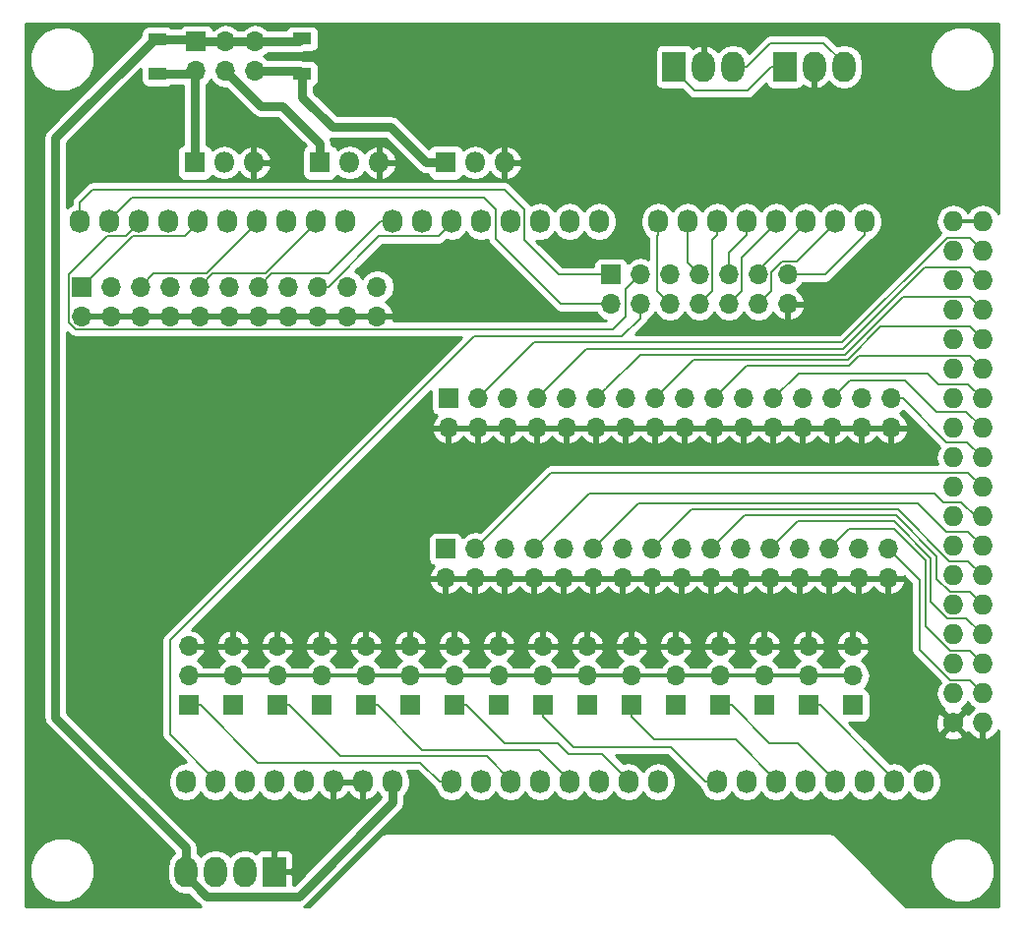
<source format=gbl>
G04 #@! TF.FileFunction,Copper,L2,Bot,Signal*
%FSLAX46Y46*%
G04 Gerber Fmt 4.6, Leading zero omitted, Abs format (unit mm)*
G04 Created by KiCad (PCBNEW 4.0.7) date 02/19/18 15:41:51*
%MOMM*%
%LPD*%
G01*
G04 APERTURE LIST*
%ADD10C,0.100000*%
%ADD11R,2.000000X2.600000*%
%ADD12O,2.000000X2.600000*%
%ADD13R,1.700000X1.700000*%
%ADD14O,1.700000X1.700000*%
%ADD15R,1.600000X1.000000*%
%ADD16R,1.800000X1.800000*%
%ADD17O,1.800000X1.800000*%
%ADD18C,1.727200*%
%ADD19O,1.727200X1.727200*%
%ADD20O,1.727200X2.032000*%
%ADD21C,0.152400*%
%ADD22C,0.304800*%
%ADD23C,0.762000*%
%ADD24C,0.254000*%
G04 APERTURE END LIST*
D10*
D11*
X136398000Y-126873000D03*
D12*
X133858000Y-126873000D03*
X131318000Y-126873000D03*
X128778000Y-126873000D03*
D13*
X129667000Y-55372000D03*
D14*
X129667000Y-57912000D03*
X132207000Y-55372000D03*
X132207000Y-57912000D03*
X134747000Y-55372000D03*
X134747000Y-57912000D03*
D15*
X138800000Y-55118000D03*
X138800000Y-58118000D03*
X126365000Y-55142000D03*
X126365000Y-58142000D03*
D16*
X140335000Y-65786000D03*
D17*
X142875000Y-65786000D03*
X145415000Y-65786000D03*
D18*
X194818000Y-114046000D03*
D19*
X197358000Y-114046000D03*
X194818000Y-111506000D03*
X197358000Y-111506000D03*
X194818000Y-108966000D03*
X197358000Y-108966000D03*
X194818000Y-106426000D03*
X197358000Y-106426000D03*
X194818000Y-103886000D03*
X197358000Y-103886000D03*
X194818000Y-101346000D03*
X197358000Y-101346000D03*
X194818000Y-98806000D03*
X197358000Y-98806000D03*
X194818000Y-96266000D03*
X197358000Y-96266000D03*
X194818000Y-93726000D03*
X197358000Y-93726000D03*
X194818000Y-91186000D03*
X197358000Y-91186000D03*
X194818000Y-88646000D03*
X197358000Y-88646000D03*
X194818000Y-86106000D03*
X197358000Y-86106000D03*
X194818000Y-83566000D03*
X197358000Y-83566000D03*
X194818000Y-81026000D03*
X197358000Y-81026000D03*
X194818000Y-78486000D03*
X197358000Y-78486000D03*
X194818000Y-75946000D03*
X197358000Y-75946000D03*
X194818000Y-73406000D03*
X197358000Y-73406000D03*
X194818000Y-70866000D03*
X197358000Y-70866000D03*
D20*
X128778000Y-119126000D03*
X131318000Y-119126000D03*
X133858000Y-119126000D03*
X136398000Y-119126000D03*
X138938000Y-119126000D03*
X141478000Y-119126000D03*
X144018000Y-119126000D03*
X146558000Y-119126000D03*
X151638000Y-119126000D03*
X154178000Y-119126000D03*
X156718000Y-119126000D03*
X159258000Y-119126000D03*
X161798000Y-119126000D03*
X164338000Y-119126000D03*
X166878000Y-119126000D03*
X169418000Y-119126000D03*
X174498000Y-119126000D03*
X177038000Y-119126000D03*
X179578000Y-119126000D03*
X182118000Y-119126000D03*
X184658000Y-119126000D03*
X187198000Y-119126000D03*
X189738000Y-119126000D03*
X192278000Y-119126000D03*
X119634000Y-70866000D03*
X122174000Y-70866000D03*
X124714000Y-70866000D03*
X127254000Y-70866000D03*
X129794000Y-70866000D03*
X132334000Y-70866000D03*
X134874000Y-70866000D03*
X137414000Y-70866000D03*
X139954000Y-70866000D03*
X142494000Y-70866000D03*
X146558000Y-70866000D03*
X149098000Y-70866000D03*
X151638000Y-70866000D03*
X154178000Y-70866000D03*
X156718000Y-70866000D03*
X159258000Y-70866000D03*
X161798000Y-70866000D03*
X164338000Y-70866000D03*
X169418000Y-70866000D03*
X171958000Y-70866000D03*
X174498000Y-70866000D03*
X177038000Y-70866000D03*
X179578000Y-70866000D03*
X182118000Y-70866000D03*
X184658000Y-70866000D03*
X187198000Y-70866000D03*
D11*
X170815000Y-57531000D03*
D12*
X173355000Y-57531000D03*
X175895000Y-57531000D03*
D11*
X180340000Y-57531000D03*
D12*
X182880000Y-57531000D03*
X185420000Y-57531000D03*
D16*
X129540000Y-65786000D03*
D17*
X132080000Y-65786000D03*
X134620000Y-65786000D03*
D16*
X151130000Y-65786000D03*
D17*
X153670000Y-65786000D03*
X156210000Y-65786000D03*
D13*
X119840000Y-76470000D03*
D14*
X119840000Y-79010000D03*
X122380000Y-76470000D03*
X122380000Y-79010000D03*
X124920000Y-76470000D03*
X124920000Y-79010000D03*
X127460000Y-76470000D03*
X127460000Y-79010000D03*
X130000000Y-76470000D03*
X130000000Y-79010000D03*
X132540000Y-76470000D03*
X132540000Y-79010000D03*
X135080000Y-76470000D03*
X135080000Y-79010000D03*
X137620000Y-76470000D03*
X137620000Y-79010000D03*
X140160000Y-76470000D03*
X140160000Y-79010000D03*
X142700000Y-76470000D03*
X142700000Y-79010000D03*
X145240000Y-76470000D03*
X145240000Y-79010000D03*
D13*
X151384000Y-86106000D03*
D14*
X151384000Y-88646000D03*
X153924000Y-86106000D03*
X153924000Y-88646000D03*
X156464000Y-86106000D03*
X156464000Y-88646000D03*
X159004000Y-86106000D03*
X159004000Y-88646000D03*
X161544000Y-86106000D03*
X161544000Y-88646000D03*
X164084000Y-86106000D03*
X164084000Y-88646000D03*
X166624000Y-86106000D03*
X166624000Y-88646000D03*
X169164000Y-86106000D03*
X169164000Y-88646000D03*
X171704000Y-86106000D03*
X171704000Y-88646000D03*
X174244000Y-86106000D03*
X174244000Y-88646000D03*
X176784000Y-86106000D03*
X176784000Y-88646000D03*
X179324000Y-86106000D03*
X179324000Y-88646000D03*
X181864000Y-86106000D03*
X181864000Y-88646000D03*
X184404000Y-86106000D03*
X184404000Y-88646000D03*
X186944000Y-86106000D03*
X186944000Y-88646000D03*
X189484000Y-86106000D03*
X189484000Y-88646000D03*
D13*
X151130000Y-99060000D03*
D14*
X151130000Y-101600000D03*
X153670000Y-99060000D03*
X153670000Y-101600000D03*
X156210000Y-99060000D03*
X156210000Y-101600000D03*
X158750000Y-99060000D03*
X158750000Y-101600000D03*
X161290000Y-99060000D03*
X161290000Y-101600000D03*
X163830000Y-99060000D03*
X163830000Y-101600000D03*
X166370000Y-99060000D03*
X166370000Y-101600000D03*
X168910000Y-99060000D03*
X168910000Y-101600000D03*
X171450000Y-99060000D03*
X171450000Y-101600000D03*
X173990000Y-99060000D03*
X173990000Y-101600000D03*
X176530000Y-99060000D03*
X176530000Y-101600000D03*
X179070000Y-99060000D03*
X179070000Y-101600000D03*
X181610000Y-99060000D03*
X181610000Y-101600000D03*
X184150000Y-99060000D03*
X184150000Y-101600000D03*
X186690000Y-99060000D03*
X186690000Y-101600000D03*
X189230000Y-99060000D03*
X189230000Y-101600000D03*
D13*
X129032000Y-112522000D03*
D14*
X129032000Y-109982000D03*
X129032000Y-107442000D03*
D13*
X132842000Y-112522000D03*
D14*
X132842000Y-109982000D03*
X132842000Y-107442000D03*
D13*
X136652000Y-112522000D03*
D14*
X136652000Y-109982000D03*
X136652000Y-107442000D03*
D13*
X140462000Y-112522000D03*
D14*
X140462000Y-109982000D03*
X140462000Y-107442000D03*
D13*
X144272000Y-112522000D03*
D14*
X144272000Y-109982000D03*
X144272000Y-107442000D03*
D13*
X148082000Y-112522000D03*
D14*
X148082000Y-109982000D03*
X148082000Y-107442000D03*
D13*
X151892000Y-112522000D03*
D14*
X151892000Y-109982000D03*
X151892000Y-107442000D03*
D13*
X155702000Y-112522000D03*
D14*
X155702000Y-109982000D03*
X155702000Y-107442000D03*
D13*
X159512000Y-112522000D03*
D14*
X159512000Y-109982000D03*
X159512000Y-107442000D03*
D13*
X163322000Y-112522000D03*
D14*
X163322000Y-109982000D03*
X163322000Y-107442000D03*
D13*
X167132000Y-112522000D03*
D14*
X167132000Y-109982000D03*
X167132000Y-107442000D03*
D13*
X170942000Y-112522000D03*
D14*
X170942000Y-109982000D03*
X170942000Y-107442000D03*
D13*
X174752000Y-112522000D03*
D14*
X174752000Y-109982000D03*
X174752000Y-107442000D03*
D13*
X178562000Y-112522000D03*
D14*
X178562000Y-109982000D03*
X178562000Y-107442000D03*
D13*
X182372000Y-112522000D03*
D14*
X182372000Y-109982000D03*
X182372000Y-107442000D03*
D13*
X186182000Y-112522000D03*
D14*
X186182000Y-109982000D03*
X186182000Y-107442000D03*
D13*
X165354000Y-75438000D03*
D14*
X165354000Y-77978000D03*
X167894000Y-75438000D03*
X167894000Y-77978000D03*
X170434000Y-75438000D03*
X170434000Y-77978000D03*
X172974000Y-75438000D03*
X172974000Y-77978000D03*
X175514000Y-75438000D03*
X175514000Y-77978000D03*
X178054000Y-75438000D03*
X178054000Y-77978000D03*
X180594000Y-75438000D03*
X180594000Y-77978000D03*
D21*
X197358000Y-111506000D02*
X196240399Y-110388399D01*
X191929679Y-101759679D02*
X189230000Y-99060000D01*
X196240399Y-110388399D02*
X194586349Y-110388399D01*
X194586349Y-110388399D02*
X191929679Y-107731729D01*
X191929679Y-107731729D02*
X191929679Y-101759679D01*
X197358000Y-108966000D02*
X196240399Y-107848399D01*
X185842713Y-97367287D02*
X184150000Y-99060000D01*
X196240399Y-107848399D02*
X194586349Y-107848399D01*
X194586349Y-107848399D02*
X192422116Y-105684166D01*
X192422116Y-105684166D02*
X192422116Y-100032970D01*
X192422116Y-100032970D02*
X189756433Y-97367287D01*
X189756433Y-97367287D02*
X185842713Y-97367287D01*
X197358000Y-106426000D02*
X195935601Y-105003601D01*
X195935601Y-105003601D02*
X194281551Y-105003601D01*
X194281551Y-105003601D02*
X192914554Y-103636604D01*
X189772076Y-96697800D02*
X181432200Y-96697800D01*
X181432200Y-96697800D02*
X179070000Y-99060000D01*
X192914554Y-103636604D02*
X192914554Y-99840278D01*
X192914554Y-99840278D02*
X189772076Y-96697800D01*
X197358000Y-103886000D02*
X196240399Y-102768399D01*
X176889787Y-96160213D02*
X173990000Y-99060000D01*
X196240399Y-102768399D02*
X194538599Y-102768399D01*
X194538599Y-102768399D02*
X193421000Y-101650800D01*
X193421000Y-101650800D02*
X193421000Y-99704414D01*
X193421000Y-99704414D02*
X189876799Y-96160213D01*
X189876799Y-96160213D02*
X176889787Y-96160213D01*
X197358000Y-101346000D02*
X196113400Y-100101400D01*
X196113400Y-100101400D02*
X194462400Y-100101400D01*
X194462400Y-100101400D02*
X190046298Y-95685298D01*
X190046298Y-95685298D02*
X172284702Y-95685298D01*
X172284702Y-95685298D02*
X168910000Y-99060000D01*
X197358000Y-98806000D02*
X196113367Y-97561367D01*
X194233767Y-97561367D02*
X191803631Y-95131231D01*
X196113367Y-97561367D02*
X194233767Y-97561367D01*
X191803631Y-95131231D02*
X167758769Y-95131231D01*
X167758769Y-95131231D02*
X163830000Y-99060000D01*
X197358000Y-96266000D02*
X196766407Y-96266000D01*
X195532701Y-95032293D02*
X193982395Y-95032293D01*
X196766407Y-96266000D02*
X195532701Y-95032293D01*
X193982395Y-95032293D02*
X193239982Y-94289880D01*
X193239982Y-94289880D02*
X163520120Y-94289880D01*
X163520120Y-94289880D02*
X158750000Y-99060000D01*
X197358000Y-93726000D02*
X196129090Y-92497090D01*
X196129090Y-92497090D02*
X160232910Y-92497090D01*
X160232910Y-92497090D02*
X153670000Y-99060000D01*
X197358000Y-91186000D02*
X196037200Y-89865200D01*
X196037200Y-89865200D02*
X194233800Y-89865200D01*
X194233800Y-89865200D02*
X190474600Y-86106000D01*
X190474600Y-86106000D02*
X189484000Y-86106000D01*
X197358000Y-88646000D02*
X195951223Y-87239223D01*
X195951223Y-87239223D02*
X193411223Y-87239223D01*
X193411223Y-87239223D02*
X190708018Y-84536018D01*
X190708018Y-84536018D02*
X185973982Y-84536018D01*
X185973982Y-84536018D02*
X184404000Y-86106000D01*
X197358000Y-86106000D02*
X196113400Y-84861400D01*
X181508400Y-83921600D02*
X179324000Y-86106000D01*
X196113400Y-84861400D02*
X193573400Y-84861400D01*
X192633600Y-83921600D02*
X181508400Y-83921600D01*
X193573400Y-84861400D02*
X192633600Y-83921600D01*
X197358000Y-83566000D02*
X196240399Y-82448399D01*
X196240399Y-82448399D02*
X186734415Y-82448399D01*
X186734415Y-82448399D02*
X185892366Y-83290448D01*
X185892366Y-83290448D02*
X177059552Y-83290448D01*
X177059552Y-83290448D02*
X175093999Y-85256001D01*
X175093999Y-85256001D02*
X174244000Y-86106000D01*
X170013999Y-85256001D02*
X169164000Y-86106000D01*
X172511853Y-82758147D02*
X170013999Y-85256001D01*
X197358000Y-81026000D02*
X196240399Y-79908399D01*
X196240399Y-79908399D02*
X188600849Y-79908399D01*
X188600849Y-79908399D02*
X185751101Y-82758147D01*
X185751101Y-82758147D02*
X172511853Y-82758147D01*
X185518921Y-82317623D02*
X167872377Y-82317623D01*
X164933999Y-85256001D02*
X164084000Y-86106000D01*
X190468145Y-77368399D02*
X185518921Y-82317623D01*
X196240399Y-77368399D02*
X190468145Y-77368399D01*
X197358000Y-78486000D02*
X196240399Y-77368399D01*
X167872377Y-82317623D02*
X164933999Y-85256001D01*
X163264575Y-81845425D02*
X159853999Y-85256001D01*
X197358000Y-75946000D02*
X196240399Y-74828399D01*
X196240399Y-74828399D02*
X192346381Y-74828399D01*
X192346381Y-74828399D02*
X185329355Y-81845425D01*
X185329355Y-81845425D02*
X163264575Y-81845425D01*
X159853999Y-85256001D02*
X159004000Y-86106000D01*
X196240399Y-72288399D02*
X194281551Y-72288399D01*
X185281889Y-81288061D02*
X158741939Y-81288061D01*
X197358000Y-73406000D02*
X196240399Y-72288399D01*
X194281551Y-72288399D02*
X185281889Y-81288061D01*
X158741939Y-81288061D02*
X153924000Y-86106000D01*
D22*
X131318000Y-126873000D02*
X131318000Y-126573000D01*
X138765000Y-119126000D02*
X138938000Y-119126000D01*
X194818000Y-70866000D02*
X197358000Y-70866000D01*
X132842000Y-109982000D02*
X129032000Y-109982000D01*
X136652000Y-109982000D02*
X132842000Y-109982000D01*
X140462000Y-109982000D02*
X136652000Y-109982000D01*
X144272000Y-109982000D02*
X140462000Y-109982000D01*
X148082000Y-109982000D02*
X144272000Y-109982000D01*
X151892000Y-109982000D02*
X148082000Y-109982000D01*
X155702000Y-109982000D02*
X151892000Y-109982000D01*
X159512000Y-109982000D02*
X155702000Y-109982000D01*
X163322000Y-109982000D02*
X159512000Y-109982000D01*
X167132000Y-109982000D02*
X163322000Y-109982000D01*
X170942000Y-109982000D02*
X167132000Y-109982000D01*
X174752000Y-109982000D02*
X170942000Y-109982000D01*
X178562000Y-109982000D02*
X174752000Y-109982000D01*
X182372000Y-109982000D02*
X178562000Y-109982000D01*
X186182000Y-109982000D02*
X182372000Y-109982000D01*
D21*
X167894000Y-77978000D02*
X167894000Y-79180081D01*
X167894000Y-79180081D02*
X166302081Y-80772000D01*
X127395051Y-106938217D02*
X127395051Y-115050651D01*
X166302081Y-80772000D02*
X153561268Y-80772000D01*
X153561268Y-80772000D02*
X127395051Y-106938217D01*
X127395051Y-115050651D02*
X131318000Y-118973600D01*
X131318000Y-118973600D02*
X131318000Y-119126000D01*
X129032000Y-112522000D02*
X130034400Y-112522000D01*
X130034400Y-112522000D02*
X134962000Y-117449600D01*
X134962000Y-117449600D02*
X148945600Y-117449600D01*
X148945600Y-117449600D02*
X150622000Y-119126000D01*
X150622000Y-119126000D02*
X151638000Y-119126000D01*
X156718000Y-118973600D02*
X156718000Y-119126000D01*
X136652000Y-112522000D02*
X137654400Y-112522000D01*
X137654400Y-112522000D02*
X142069695Y-116937295D01*
X154681695Y-116937295D02*
X156718000Y-118973600D01*
X142069695Y-116937295D02*
X154681695Y-116937295D01*
X144272000Y-112522000D02*
X145274400Y-112522000D01*
X145274400Y-112522000D02*
X149134723Y-116382323D01*
X149134723Y-116382323D02*
X159206723Y-116382323D01*
X159206723Y-116382323D02*
X161798000Y-118973600D01*
X161798000Y-118973600D02*
X161798000Y-119126000D01*
X151892000Y-112522000D02*
X152894400Y-112522000D01*
X152894400Y-112522000D02*
X156193613Y-115821213D01*
X156193613Y-115821213D02*
X160822440Y-115821213D01*
X160822440Y-115821213D02*
X161728096Y-116726869D01*
X161728096Y-116726869D02*
X164631269Y-116726869D01*
X164631269Y-116726869D02*
X166878000Y-118973600D01*
X166878000Y-118973600D02*
X166878000Y-119126000D01*
X159512000Y-112522000D02*
X159512000Y-113524400D01*
X159512000Y-113524400D02*
X162116400Y-116128800D01*
X162116400Y-116128800D02*
X170484800Y-116128800D01*
X170484800Y-116128800D02*
X173482000Y-119126000D01*
X173482000Y-119126000D02*
X174498000Y-119126000D01*
X167132000Y-112522000D02*
X167132000Y-113524400D01*
X167132000Y-113524400D02*
X169104622Y-115497022D01*
X169104622Y-115497022D02*
X176101422Y-115497022D01*
X176101422Y-115497022D02*
X179578000Y-118973600D01*
X179578000Y-118973600D02*
X179578000Y-119126000D01*
X174752000Y-112522000D02*
X175754400Y-112522000D01*
X175754400Y-112522000D02*
X179031000Y-115798600D01*
X179031000Y-115798600D02*
X181483000Y-115798600D01*
X181483000Y-115798600D02*
X184658000Y-118973600D01*
X184658000Y-118973600D02*
X184658000Y-119126000D01*
X182372000Y-112522000D02*
X183374400Y-112522000D01*
X183374400Y-112522000D02*
X189738000Y-118885600D01*
X189738000Y-118885600D02*
X189738000Y-119126000D01*
X165354000Y-75438000D02*
X160909000Y-75438000D01*
X160909000Y-75438000D02*
X157939574Y-72468574D01*
X157939574Y-72468574D02*
X157939574Y-69825383D01*
X157939574Y-69825383D02*
X156209405Y-68095214D01*
X120760786Y-68095214D02*
X119634000Y-69222000D01*
X156209405Y-68095214D02*
X120760786Y-68095214D01*
X119634000Y-69222000D02*
X119634000Y-70866000D01*
X119634000Y-70866000D02*
X119634000Y-70713600D01*
X122174000Y-70866000D02*
X122174000Y-70713600D01*
X161036000Y-77978000D02*
X164151919Y-77978000D01*
X122174000Y-70713600D02*
X124104400Y-68783200D01*
X124104400Y-68783200D02*
X154452152Y-68783200D01*
X154452152Y-68783200D02*
X155448000Y-69779048D01*
X155448000Y-69779048D02*
X155448000Y-72390000D01*
X155448000Y-72390000D02*
X161036000Y-77978000D01*
X164151919Y-77978000D02*
X165354000Y-77978000D01*
X167894000Y-75438000D02*
X166633116Y-76698884D01*
X119310079Y-80114001D02*
X118735999Y-79539921D01*
X166633116Y-76698884D02*
X166633116Y-79044946D01*
X166633116Y-79044946D02*
X165564061Y-80114001D01*
X165564061Y-80114001D02*
X119310079Y-80114001D01*
X124714000Y-71018400D02*
X124714000Y-70866000D01*
X118735999Y-79539921D02*
X118735999Y-75416799D01*
X118735999Y-75416799D02*
X122016788Y-72136010D01*
X122016788Y-72136010D02*
X123596390Y-72136010D01*
X123596390Y-72136010D02*
X124714000Y-71018400D01*
X129794000Y-71018400D02*
X129794000Y-70866000D01*
X128676390Y-72136010D02*
X129794000Y-71018400D01*
X124173990Y-72136010D02*
X128676390Y-72136010D01*
X119840000Y-76470000D02*
X124173990Y-72136010D01*
X124920000Y-76470000D02*
X126024001Y-75365999D01*
X126024001Y-75365999D02*
X130526401Y-75365999D01*
X130526401Y-75365999D02*
X134874000Y-71018400D01*
X134874000Y-71018400D02*
X134874000Y-70866000D01*
X130000000Y-76470000D02*
X131104001Y-75365999D01*
X139954000Y-71018400D02*
X139954000Y-70866000D01*
X131104001Y-75365999D02*
X135606401Y-75365999D01*
X135606401Y-75365999D02*
X139954000Y-71018400D01*
X135080000Y-76470000D02*
X136184001Y-75365999D01*
X136184001Y-75365999D02*
X141042001Y-75365999D01*
X141042001Y-75365999D02*
X145542000Y-70866000D01*
X145542000Y-70866000D02*
X146558000Y-70866000D01*
X140160000Y-76470000D02*
X141066078Y-76470000D01*
X141066078Y-76470000D02*
X145400068Y-72136010D01*
X145400068Y-72136010D02*
X150520390Y-72136010D01*
X150520390Y-72136010D02*
X151638000Y-71018400D01*
X151638000Y-71018400D02*
X151638000Y-70866000D01*
X156718000Y-71018400D02*
X156718000Y-70866000D01*
X159258000Y-70866000D02*
X159258000Y-70713600D01*
X184658000Y-70866000D02*
X184658000Y-71018400D01*
X179158001Y-76873999D02*
X178054000Y-77978000D01*
X184658000Y-71018400D02*
X181342401Y-74333999D01*
X181342401Y-74333999D02*
X180064079Y-74333999D01*
X180064079Y-74333999D02*
X179158001Y-75240077D01*
X179158001Y-75240077D02*
X179158001Y-76873999D01*
X187198000Y-70866000D02*
X187198000Y-72034400D01*
X187198000Y-72034400D02*
X183794400Y-75438000D01*
X183794400Y-75438000D02*
X180594000Y-75438000D01*
X169418000Y-70866000D02*
X169418000Y-72034400D01*
X169418000Y-72034400D02*
X169329999Y-72122401D01*
X169329999Y-72122401D02*
X169329999Y-76873999D01*
X169329999Y-76873999D02*
X170434000Y-77978000D01*
X171958000Y-70866000D02*
X171958000Y-74422000D01*
X171958000Y-74422000D02*
X172974000Y-75438000D01*
X174498000Y-70866000D02*
X174498000Y-72034400D01*
X174498000Y-72034400D02*
X174078001Y-72454399D01*
X174078001Y-72454399D02*
X174078001Y-76873999D01*
X174078001Y-76873999D02*
X172974000Y-77978000D01*
X177038000Y-70866000D02*
X177038000Y-72034400D01*
X177038000Y-72034400D02*
X175514000Y-73558400D01*
X175514000Y-73558400D02*
X175514000Y-75438000D01*
X179578000Y-70866000D02*
X179578000Y-71018400D01*
X179578000Y-71018400D02*
X176618001Y-73978399D01*
X176618001Y-73978399D02*
X176618001Y-76873999D01*
X176618001Y-76873999D02*
X175514000Y-77978000D01*
X182118000Y-70866000D02*
X182118000Y-71018400D01*
X182118000Y-71018400D02*
X178054000Y-75082400D01*
X178054000Y-75082400D02*
X178054000Y-75438000D01*
D23*
X134747000Y-55372000D02*
X138546000Y-55372000D01*
X138546000Y-55372000D02*
X138800000Y-55118000D01*
X117551200Y-63655800D02*
X117551200Y-113584200D01*
X128778000Y-126873000D02*
X128778000Y-124811000D01*
X128778000Y-124811000D02*
X117551200Y-113584200D01*
X117551200Y-63655800D02*
X126065000Y-55142000D01*
X126065000Y-55142000D02*
X126365000Y-55142000D01*
X128778000Y-126873000D02*
X128778000Y-127173000D01*
X128778000Y-127173000D02*
X130565401Y-128960401D01*
X130565401Y-128960401D02*
X138501599Y-128960401D01*
X138501599Y-128960401D02*
X146558000Y-120904000D01*
X146558000Y-120904000D02*
X146558000Y-119126000D01*
X134747000Y-55372000D02*
X132207000Y-55372000D01*
X135001000Y-55118000D02*
X134747000Y-55372000D01*
X129437000Y-55142000D02*
X129667000Y-55372000D01*
X132207000Y-55372000D02*
X129667000Y-55372000D01*
X126365000Y-55142000D02*
X129437000Y-55142000D01*
D21*
X170815000Y-57531000D02*
X170815000Y-57831000D01*
X170815000Y-57831000D02*
X172547000Y-59563000D01*
X172547000Y-59563000D02*
X177155600Y-59563000D01*
X179187600Y-57531000D02*
X180340000Y-57531000D01*
X177155600Y-59563000D02*
X179187600Y-57531000D01*
D23*
X138800000Y-58118000D02*
X138800000Y-60161600D01*
X138800000Y-60161600D02*
X141376400Y-62738000D01*
X134747000Y-57912000D02*
X138594000Y-57912000D01*
X138594000Y-57912000D02*
X138800000Y-58118000D01*
X141376400Y-62738000D02*
X146420000Y-62738000D01*
X146420000Y-62738000D02*
X149468000Y-65786000D01*
X149468000Y-65786000D02*
X151130000Y-65786000D01*
X134953000Y-58118000D02*
X134747000Y-57912000D01*
X140335000Y-65786000D02*
X140335000Y-64124000D01*
X140335000Y-64124000D02*
X137110795Y-60899795D01*
X137110795Y-60899795D02*
X135194795Y-60899795D01*
X135194795Y-60899795D02*
X132207000Y-57912000D01*
X129540000Y-65786000D02*
X129540000Y-58039000D01*
X129540000Y-58039000D02*
X129667000Y-57912000D01*
X126365000Y-58142000D02*
X129437000Y-58142000D01*
X129437000Y-58142000D02*
X129667000Y-57912000D01*
D21*
X175895000Y-57531000D02*
X177047400Y-57531000D01*
X177047400Y-57531000D02*
X179104800Y-55473600D01*
X179104800Y-55473600D02*
X183662600Y-55473600D01*
X183662600Y-55473600D02*
X185420000Y-57231000D01*
X185420000Y-57231000D02*
X185420000Y-57531000D01*
D24*
G36*
X149886560Y-86956000D02*
X149930838Y-87191317D01*
X150069910Y-87407441D01*
X150282110Y-87552431D01*
X150396301Y-87575555D01*
X150188817Y-87764642D01*
X149942514Y-88289108D01*
X150063181Y-88519000D01*
X151257000Y-88519000D01*
X151257000Y-88499000D01*
X151511000Y-88499000D01*
X151511000Y-88519000D01*
X153797000Y-88519000D01*
X153797000Y-88499000D01*
X154051000Y-88499000D01*
X154051000Y-88519000D01*
X156337000Y-88519000D01*
X156337000Y-88499000D01*
X156591000Y-88499000D01*
X156591000Y-88519000D01*
X158877000Y-88519000D01*
X158877000Y-88499000D01*
X159131000Y-88499000D01*
X159131000Y-88519000D01*
X161417000Y-88519000D01*
X161417000Y-88499000D01*
X161671000Y-88499000D01*
X161671000Y-88519000D01*
X163957000Y-88519000D01*
X163957000Y-88499000D01*
X164211000Y-88499000D01*
X164211000Y-88519000D01*
X166497000Y-88519000D01*
X166497000Y-88499000D01*
X166751000Y-88499000D01*
X166751000Y-88519000D01*
X169037000Y-88519000D01*
X169037000Y-88499000D01*
X169291000Y-88499000D01*
X169291000Y-88519000D01*
X171577000Y-88519000D01*
X171577000Y-88499000D01*
X171831000Y-88499000D01*
X171831000Y-88519000D01*
X174117000Y-88519000D01*
X174117000Y-88499000D01*
X174371000Y-88499000D01*
X174371000Y-88519000D01*
X176657000Y-88519000D01*
X176657000Y-88499000D01*
X176911000Y-88499000D01*
X176911000Y-88519000D01*
X179197000Y-88519000D01*
X179197000Y-88499000D01*
X179451000Y-88499000D01*
X179451000Y-88519000D01*
X181737000Y-88519000D01*
X181737000Y-88499000D01*
X181991000Y-88499000D01*
X181991000Y-88519000D01*
X184277000Y-88519000D01*
X184277000Y-88499000D01*
X184531000Y-88499000D01*
X184531000Y-88519000D01*
X186817000Y-88519000D01*
X186817000Y-88499000D01*
X187071000Y-88499000D01*
X187071000Y-88519000D01*
X189357000Y-88519000D01*
X189357000Y-88499000D01*
X189611000Y-88499000D01*
X189611000Y-88519000D01*
X190804819Y-88519000D01*
X190925486Y-88289108D01*
X190679183Y-87764642D01*
X190250924Y-87374355D01*
X190250899Y-87374345D01*
X190534054Y-87185147D01*
X190539623Y-87176812D01*
X193638748Y-90275937D01*
X193433474Y-90583152D01*
X193319400Y-91156641D01*
X193319400Y-91215359D01*
X193432886Y-91785890D01*
X160232910Y-91785890D01*
X159960746Y-91840027D01*
X159884184Y-91891184D01*
X159730015Y-91994196D01*
X154093972Y-97630240D01*
X153670000Y-97545907D01*
X153101715Y-97658946D01*
X152619946Y-97980853D01*
X152592150Y-98022452D01*
X152583162Y-97974683D01*
X152444090Y-97758559D01*
X152231890Y-97613569D01*
X151980000Y-97562560D01*
X150280000Y-97562560D01*
X150044683Y-97606838D01*
X149828559Y-97745910D01*
X149683569Y-97958110D01*
X149632560Y-98210000D01*
X149632560Y-99910000D01*
X149676838Y-100145317D01*
X149815910Y-100361441D01*
X150028110Y-100506431D01*
X150142301Y-100529555D01*
X149934817Y-100718642D01*
X149688514Y-101243108D01*
X149809181Y-101473000D01*
X151003000Y-101473000D01*
X151003000Y-101453000D01*
X151257000Y-101453000D01*
X151257000Y-101473000D01*
X153543000Y-101473000D01*
X153543000Y-101453000D01*
X153797000Y-101453000D01*
X153797000Y-101473000D01*
X156083000Y-101473000D01*
X156083000Y-101453000D01*
X156337000Y-101453000D01*
X156337000Y-101473000D01*
X158623000Y-101473000D01*
X158623000Y-101453000D01*
X158877000Y-101453000D01*
X158877000Y-101473000D01*
X161163000Y-101473000D01*
X161163000Y-101453000D01*
X161417000Y-101453000D01*
X161417000Y-101473000D01*
X163703000Y-101473000D01*
X163703000Y-101453000D01*
X163957000Y-101453000D01*
X163957000Y-101473000D01*
X166243000Y-101473000D01*
X166243000Y-101453000D01*
X166497000Y-101453000D01*
X166497000Y-101473000D01*
X168783000Y-101473000D01*
X168783000Y-101453000D01*
X169037000Y-101453000D01*
X169037000Y-101473000D01*
X171323000Y-101473000D01*
X171323000Y-101453000D01*
X171577000Y-101453000D01*
X171577000Y-101473000D01*
X173863000Y-101473000D01*
X173863000Y-101453000D01*
X174117000Y-101453000D01*
X174117000Y-101473000D01*
X176403000Y-101473000D01*
X176403000Y-101453000D01*
X176657000Y-101453000D01*
X176657000Y-101473000D01*
X178943000Y-101473000D01*
X178943000Y-101453000D01*
X179197000Y-101453000D01*
X179197000Y-101473000D01*
X181483000Y-101473000D01*
X181483000Y-101453000D01*
X181737000Y-101453000D01*
X181737000Y-101473000D01*
X184023000Y-101473000D01*
X184023000Y-101453000D01*
X184277000Y-101453000D01*
X184277000Y-101473000D01*
X186563000Y-101473000D01*
X186563000Y-101453000D01*
X186817000Y-101453000D01*
X186817000Y-101473000D01*
X189103000Y-101473000D01*
X189103000Y-101453000D01*
X189357000Y-101453000D01*
X189357000Y-101473000D01*
X190550819Y-101473000D01*
X190580556Y-101416345D01*
X191218479Y-102054268D01*
X191218479Y-107731729D01*
X191272616Y-108003894D01*
X191426785Y-108234623D01*
X193698570Y-110506409D01*
X193433474Y-110903152D01*
X193319400Y-111476641D01*
X193319400Y-111535359D01*
X193433474Y-112108848D01*
X193758330Y-112595029D01*
X194016620Y-112767613D01*
X193943800Y-112992195D01*
X194818000Y-113866395D01*
X195692200Y-112992195D01*
X195619380Y-112767613D01*
X195877670Y-112595029D01*
X196088000Y-112280248D01*
X196298330Y-112595029D01*
X196569161Y-112775992D01*
X196151179Y-113157510D01*
X196108510Y-113248551D01*
X195871805Y-113171800D01*
X194997605Y-114046000D01*
X195871805Y-114920200D01*
X196108510Y-114843449D01*
X196151179Y-114934490D01*
X196583053Y-115328688D01*
X196998974Y-115500958D01*
X197231000Y-115379817D01*
X197231000Y-114173000D01*
X197211000Y-114173000D01*
X197211000Y-113919000D01*
X197231000Y-113919000D01*
X197231000Y-113899000D01*
X197485000Y-113899000D01*
X197485000Y-113919000D01*
X197505000Y-113919000D01*
X197505000Y-114173000D01*
X197485000Y-114173000D01*
X197485000Y-115379817D01*
X197717026Y-115500958D01*
X198132947Y-115328688D01*
X198564821Y-114934490D01*
X198680000Y-114688736D01*
X198680000Y-129846000D01*
X190794092Y-129846000D01*
X188245632Y-127297540D01*
X192794518Y-127297540D01*
X193217616Y-128321515D01*
X194000365Y-129105631D01*
X195023599Y-129530515D01*
X196131540Y-129531482D01*
X197155515Y-129108384D01*
X197939631Y-128325635D01*
X198364515Y-127302401D01*
X198365482Y-126194460D01*
X197942384Y-125170485D01*
X197159635Y-124386369D01*
X196136401Y-123961485D01*
X195028460Y-123960518D01*
X194004485Y-124383616D01*
X193220369Y-125166365D01*
X192795485Y-126189599D01*
X192794518Y-127297540D01*
X188245632Y-127297540D01*
X184652046Y-123703954D01*
X184421705Y-123550046D01*
X184150000Y-123496000D01*
X146050000Y-123496000D01*
X145778295Y-123550046D01*
X145547954Y-123703954D01*
X139405908Y-129846000D01*
X138969820Y-129846000D01*
X139220019Y-129678821D01*
X147276421Y-121622420D01*
X147496662Y-121292807D01*
X147574000Y-120904000D01*
X147574000Y-120399594D01*
X147617670Y-120370415D01*
X147942526Y-119884234D01*
X148056600Y-119310745D01*
X148056600Y-118941255D01*
X147942526Y-118367766D01*
X147804236Y-118160800D01*
X148651012Y-118160800D01*
X150119106Y-119628895D01*
X150215495Y-119693300D01*
X150253474Y-119884234D01*
X150578330Y-120370415D01*
X151064511Y-120695271D01*
X151638000Y-120809345D01*
X152211489Y-120695271D01*
X152697670Y-120370415D01*
X152908000Y-120055634D01*
X153118330Y-120370415D01*
X153604511Y-120695271D01*
X154178000Y-120809345D01*
X154751489Y-120695271D01*
X155237670Y-120370415D01*
X155448000Y-120055634D01*
X155658330Y-120370415D01*
X156144511Y-120695271D01*
X156718000Y-120809345D01*
X157291489Y-120695271D01*
X157777670Y-120370415D01*
X157988000Y-120055634D01*
X158198330Y-120370415D01*
X158684511Y-120695271D01*
X159258000Y-120809345D01*
X159831489Y-120695271D01*
X160317670Y-120370415D01*
X160528000Y-120055634D01*
X160738330Y-120370415D01*
X161224511Y-120695271D01*
X161798000Y-120809345D01*
X162371489Y-120695271D01*
X162857670Y-120370415D01*
X163068000Y-120055634D01*
X163278330Y-120370415D01*
X163764511Y-120695271D01*
X164338000Y-120809345D01*
X164911489Y-120695271D01*
X165397670Y-120370415D01*
X165608000Y-120055634D01*
X165818330Y-120370415D01*
X166304511Y-120695271D01*
X166878000Y-120809345D01*
X167451489Y-120695271D01*
X167937670Y-120370415D01*
X168148000Y-120055634D01*
X168358330Y-120370415D01*
X168844511Y-120695271D01*
X169418000Y-120809345D01*
X169991489Y-120695271D01*
X170477670Y-120370415D01*
X170802526Y-119884234D01*
X170916600Y-119310745D01*
X170916600Y-118941255D01*
X170802526Y-118367766D01*
X170477670Y-117881585D01*
X169991489Y-117556729D01*
X169418000Y-117442655D01*
X168844511Y-117556729D01*
X168358330Y-117881585D01*
X168148000Y-118196366D01*
X167937670Y-117881585D01*
X167451489Y-117556729D01*
X166878000Y-117442655D01*
X166439973Y-117529784D01*
X165750188Y-116840000D01*
X170190212Y-116840000D01*
X172979106Y-119628894D01*
X173075495Y-119693299D01*
X173113474Y-119884234D01*
X173438330Y-120370415D01*
X173924511Y-120695271D01*
X174498000Y-120809345D01*
X175071489Y-120695271D01*
X175557670Y-120370415D01*
X175768000Y-120055634D01*
X175978330Y-120370415D01*
X176464511Y-120695271D01*
X177038000Y-120809345D01*
X177611489Y-120695271D01*
X178097670Y-120370415D01*
X178308000Y-120055634D01*
X178518330Y-120370415D01*
X179004511Y-120695271D01*
X179578000Y-120809345D01*
X180151489Y-120695271D01*
X180637670Y-120370415D01*
X180848000Y-120055634D01*
X181058330Y-120370415D01*
X181544511Y-120695271D01*
X182118000Y-120809345D01*
X182691489Y-120695271D01*
X183177670Y-120370415D01*
X183388000Y-120055634D01*
X183598330Y-120370415D01*
X184084511Y-120695271D01*
X184658000Y-120809345D01*
X185231489Y-120695271D01*
X185717670Y-120370415D01*
X185928000Y-120055634D01*
X186138330Y-120370415D01*
X186624511Y-120695271D01*
X187198000Y-120809345D01*
X187771489Y-120695271D01*
X188257670Y-120370415D01*
X188468000Y-120055634D01*
X188678330Y-120370415D01*
X189164511Y-120695271D01*
X189738000Y-120809345D01*
X190311489Y-120695271D01*
X190797670Y-120370415D01*
X191008000Y-120055634D01*
X191218330Y-120370415D01*
X191704511Y-120695271D01*
X192278000Y-120809345D01*
X192851489Y-120695271D01*
X193337670Y-120370415D01*
X193662526Y-119884234D01*
X193776600Y-119310745D01*
X193776600Y-118941255D01*
X193662526Y-118367766D01*
X193337670Y-117881585D01*
X192851489Y-117556729D01*
X192278000Y-117442655D01*
X191704511Y-117556729D01*
X191218330Y-117881585D01*
X191008000Y-118196366D01*
X190797670Y-117881585D01*
X190311489Y-117556729D01*
X189738000Y-117442655D01*
X189373373Y-117515184D01*
X186957994Y-115099805D01*
X193943800Y-115099805D01*
X194025741Y-115352516D01*
X194586030Y-115556248D01*
X195181635Y-115530058D01*
X195610259Y-115352516D01*
X195692200Y-115099805D01*
X194818000Y-114225605D01*
X193943800Y-115099805D01*
X186957994Y-115099805D01*
X185877628Y-114019440D01*
X187032000Y-114019440D01*
X187267317Y-113975162D01*
X187483441Y-113836090D01*
X187498513Y-113814030D01*
X193307752Y-113814030D01*
X193333942Y-114409635D01*
X193511484Y-114838259D01*
X193764195Y-114920200D01*
X194638395Y-114046000D01*
X193764195Y-113171800D01*
X193511484Y-113253741D01*
X193307752Y-113814030D01*
X187498513Y-113814030D01*
X187628431Y-113623890D01*
X187679440Y-113372000D01*
X187679440Y-111672000D01*
X187635162Y-111436683D01*
X187496090Y-111220559D01*
X187283890Y-111075569D01*
X187216459Y-111061914D01*
X187261147Y-111032054D01*
X187583054Y-110550285D01*
X187696093Y-109982000D01*
X187583054Y-109413715D01*
X187261147Y-108931946D01*
X186920447Y-108704298D01*
X187063358Y-108637183D01*
X187453645Y-108208924D01*
X187623476Y-107798890D01*
X187502155Y-107569000D01*
X186309000Y-107569000D01*
X186309000Y-107589000D01*
X186055000Y-107589000D01*
X186055000Y-107569000D01*
X184861845Y-107569000D01*
X184740524Y-107798890D01*
X184910355Y-108208924D01*
X185300642Y-108637183D01*
X185443553Y-108704298D01*
X185102853Y-108931946D01*
X184927354Y-109194600D01*
X183626646Y-109194600D01*
X183451147Y-108931946D01*
X183110447Y-108704298D01*
X183253358Y-108637183D01*
X183643645Y-108208924D01*
X183813476Y-107798890D01*
X183692155Y-107569000D01*
X182499000Y-107569000D01*
X182499000Y-107589000D01*
X182245000Y-107589000D01*
X182245000Y-107569000D01*
X181051845Y-107569000D01*
X180930524Y-107798890D01*
X181100355Y-108208924D01*
X181490642Y-108637183D01*
X181633553Y-108704298D01*
X181292853Y-108931946D01*
X181117354Y-109194600D01*
X179816646Y-109194600D01*
X179641147Y-108931946D01*
X179300447Y-108704298D01*
X179443358Y-108637183D01*
X179833645Y-108208924D01*
X180003476Y-107798890D01*
X179882155Y-107569000D01*
X178689000Y-107569000D01*
X178689000Y-107589000D01*
X178435000Y-107589000D01*
X178435000Y-107569000D01*
X177241845Y-107569000D01*
X177120524Y-107798890D01*
X177290355Y-108208924D01*
X177680642Y-108637183D01*
X177823553Y-108704298D01*
X177482853Y-108931946D01*
X177307354Y-109194600D01*
X176006646Y-109194600D01*
X175831147Y-108931946D01*
X175490447Y-108704298D01*
X175633358Y-108637183D01*
X176023645Y-108208924D01*
X176193476Y-107798890D01*
X176072155Y-107569000D01*
X174879000Y-107569000D01*
X174879000Y-107589000D01*
X174625000Y-107589000D01*
X174625000Y-107569000D01*
X173431845Y-107569000D01*
X173310524Y-107798890D01*
X173480355Y-108208924D01*
X173870642Y-108637183D01*
X174013553Y-108704298D01*
X173672853Y-108931946D01*
X173497354Y-109194600D01*
X172196646Y-109194600D01*
X172021147Y-108931946D01*
X171680447Y-108704298D01*
X171823358Y-108637183D01*
X172213645Y-108208924D01*
X172383476Y-107798890D01*
X172262155Y-107569000D01*
X171069000Y-107569000D01*
X171069000Y-107589000D01*
X170815000Y-107589000D01*
X170815000Y-107569000D01*
X169621845Y-107569000D01*
X169500524Y-107798890D01*
X169670355Y-108208924D01*
X170060642Y-108637183D01*
X170203553Y-108704298D01*
X169862853Y-108931946D01*
X169687354Y-109194600D01*
X168386646Y-109194600D01*
X168211147Y-108931946D01*
X167870447Y-108704298D01*
X168013358Y-108637183D01*
X168403645Y-108208924D01*
X168573476Y-107798890D01*
X168452155Y-107569000D01*
X167259000Y-107569000D01*
X167259000Y-107589000D01*
X167005000Y-107589000D01*
X167005000Y-107569000D01*
X165811845Y-107569000D01*
X165690524Y-107798890D01*
X165860355Y-108208924D01*
X166250642Y-108637183D01*
X166393553Y-108704298D01*
X166052853Y-108931946D01*
X165877354Y-109194600D01*
X164576646Y-109194600D01*
X164401147Y-108931946D01*
X164060447Y-108704298D01*
X164203358Y-108637183D01*
X164593645Y-108208924D01*
X164763476Y-107798890D01*
X164642155Y-107569000D01*
X163449000Y-107569000D01*
X163449000Y-107589000D01*
X163195000Y-107589000D01*
X163195000Y-107569000D01*
X162001845Y-107569000D01*
X161880524Y-107798890D01*
X162050355Y-108208924D01*
X162440642Y-108637183D01*
X162583553Y-108704298D01*
X162242853Y-108931946D01*
X162067354Y-109194600D01*
X160766646Y-109194600D01*
X160591147Y-108931946D01*
X160250447Y-108704298D01*
X160393358Y-108637183D01*
X160783645Y-108208924D01*
X160953476Y-107798890D01*
X160832155Y-107569000D01*
X159639000Y-107569000D01*
X159639000Y-107589000D01*
X159385000Y-107589000D01*
X159385000Y-107569000D01*
X158191845Y-107569000D01*
X158070524Y-107798890D01*
X158240355Y-108208924D01*
X158630642Y-108637183D01*
X158773553Y-108704298D01*
X158432853Y-108931946D01*
X158257354Y-109194600D01*
X156956646Y-109194600D01*
X156781147Y-108931946D01*
X156440447Y-108704298D01*
X156583358Y-108637183D01*
X156973645Y-108208924D01*
X157143476Y-107798890D01*
X157022155Y-107569000D01*
X155829000Y-107569000D01*
X155829000Y-107589000D01*
X155575000Y-107589000D01*
X155575000Y-107569000D01*
X154381845Y-107569000D01*
X154260524Y-107798890D01*
X154430355Y-108208924D01*
X154820642Y-108637183D01*
X154963553Y-108704298D01*
X154622853Y-108931946D01*
X154447354Y-109194600D01*
X153146646Y-109194600D01*
X152971147Y-108931946D01*
X152630447Y-108704298D01*
X152773358Y-108637183D01*
X153163645Y-108208924D01*
X153333476Y-107798890D01*
X153212155Y-107569000D01*
X152019000Y-107569000D01*
X152019000Y-107589000D01*
X151765000Y-107589000D01*
X151765000Y-107569000D01*
X150571845Y-107569000D01*
X150450524Y-107798890D01*
X150620355Y-108208924D01*
X151010642Y-108637183D01*
X151153553Y-108704298D01*
X150812853Y-108931946D01*
X150637354Y-109194600D01*
X149336646Y-109194600D01*
X149161147Y-108931946D01*
X148820447Y-108704298D01*
X148963358Y-108637183D01*
X149353645Y-108208924D01*
X149523476Y-107798890D01*
X149402155Y-107569000D01*
X148209000Y-107569000D01*
X148209000Y-107589000D01*
X147955000Y-107589000D01*
X147955000Y-107569000D01*
X146761845Y-107569000D01*
X146640524Y-107798890D01*
X146810355Y-108208924D01*
X147200642Y-108637183D01*
X147343553Y-108704298D01*
X147002853Y-108931946D01*
X146827354Y-109194600D01*
X145526646Y-109194600D01*
X145351147Y-108931946D01*
X145010447Y-108704298D01*
X145153358Y-108637183D01*
X145543645Y-108208924D01*
X145713476Y-107798890D01*
X145592155Y-107569000D01*
X144399000Y-107569000D01*
X144399000Y-107589000D01*
X144145000Y-107589000D01*
X144145000Y-107569000D01*
X142951845Y-107569000D01*
X142830524Y-107798890D01*
X143000355Y-108208924D01*
X143390642Y-108637183D01*
X143533553Y-108704298D01*
X143192853Y-108931946D01*
X143017354Y-109194600D01*
X141716646Y-109194600D01*
X141541147Y-108931946D01*
X141200447Y-108704298D01*
X141343358Y-108637183D01*
X141733645Y-108208924D01*
X141903476Y-107798890D01*
X141782155Y-107569000D01*
X140589000Y-107569000D01*
X140589000Y-107589000D01*
X140335000Y-107589000D01*
X140335000Y-107569000D01*
X139141845Y-107569000D01*
X139020524Y-107798890D01*
X139190355Y-108208924D01*
X139580642Y-108637183D01*
X139723553Y-108704298D01*
X139382853Y-108931946D01*
X139207354Y-109194600D01*
X137906646Y-109194600D01*
X137731147Y-108931946D01*
X137390447Y-108704298D01*
X137533358Y-108637183D01*
X137923645Y-108208924D01*
X138093476Y-107798890D01*
X137972155Y-107569000D01*
X136779000Y-107569000D01*
X136779000Y-107589000D01*
X136525000Y-107589000D01*
X136525000Y-107569000D01*
X135331845Y-107569000D01*
X135210524Y-107798890D01*
X135380355Y-108208924D01*
X135770642Y-108637183D01*
X135913553Y-108704298D01*
X135572853Y-108931946D01*
X135397354Y-109194600D01*
X134096646Y-109194600D01*
X133921147Y-108931946D01*
X133580447Y-108704298D01*
X133723358Y-108637183D01*
X134113645Y-108208924D01*
X134283476Y-107798890D01*
X134162155Y-107569000D01*
X132969000Y-107569000D01*
X132969000Y-107589000D01*
X132715000Y-107589000D01*
X132715000Y-107569000D01*
X131521845Y-107569000D01*
X131400524Y-107798890D01*
X131570355Y-108208924D01*
X131960642Y-108637183D01*
X132103553Y-108704298D01*
X131762853Y-108931946D01*
X131587354Y-109194600D01*
X130286646Y-109194600D01*
X130111147Y-108931946D01*
X129770447Y-108704298D01*
X129913358Y-108637183D01*
X130303645Y-108208924D01*
X130473476Y-107798890D01*
X130352155Y-107569000D01*
X129159000Y-107569000D01*
X129159000Y-107589000D01*
X128905000Y-107589000D01*
X128905000Y-107569000D01*
X128885000Y-107569000D01*
X128885000Y-107315000D01*
X128905000Y-107315000D01*
X128905000Y-107295000D01*
X129159000Y-107295000D01*
X129159000Y-107315000D01*
X130352155Y-107315000D01*
X130473476Y-107085110D01*
X131400524Y-107085110D01*
X131521845Y-107315000D01*
X132715000Y-107315000D01*
X132715000Y-106121181D01*
X132969000Y-106121181D01*
X132969000Y-107315000D01*
X134162155Y-107315000D01*
X134283476Y-107085110D01*
X135210524Y-107085110D01*
X135331845Y-107315000D01*
X136525000Y-107315000D01*
X136525000Y-106121181D01*
X136779000Y-106121181D01*
X136779000Y-107315000D01*
X137972155Y-107315000D01*
X138093476Y-107085110D01*
X139020524Y-107085110D01*
X139141845Y-107315000D01*
X140335000Y-107315000D01*
X140335000Y-106121181D01*
X140589000Y-106121181D01*
X140589000Y-107315000D01*
X141782155Y-107315000D01*
X141903476Y-107085110D01*
X142830524Y-107085110D01*
X142951845Y-107315000D01*
X144145000Y-107315000D01*
X144145000Y-106121181D01*
X144399000Y-106121181D01*
X144399000Y-107315000D01*
X145592155Y-107315000D01*
X145713476Y-107085110D01*
X146640524Y-107085110D01*
X146761845Y-107315000D01*
X147955000Y-107315000D01*
X147955000Y-106121181D01*
X148209000Y-106121181D01*
X148209000Y-107315000D01*
X149402155Y-107315000D01*
X149523476Y-107085110D01*
X150450524Y-107085110D01*
X150571845Y-107315000D01*
X151765000Y-107315000D01*
X151765000Y-106121181D01*
X152019000Y-106121181D01*
X152019000Y-107315000D01*
X153212155Y-107315000D01*
X153333476Y-107085110D01*
X154260524Y-107085110D01*
X154381845Y-107315000D01*
X155575000Y-107315000D01*
X155575000Y-106121181D01*
X155829000Y-106121181D01*
X155829000Y-107315000D01*
X157022155Y-107315000D01*
X157143476Y-107085110D01*
X158070524Y-107085110D01*
X158191845Y-107315000D01*
X159385000Y-107315000D01*
X159385000Y-106121181D01*
X159639000Y-106121181D01*
X159639000Y-107315000D01*
X160832155Y-107315000D01*
X160953476Y-107085110D01*
X161880524Y-107085110D01*
X162001845Y-107315000D01*
X163195000Y-107315000D01*
X163195000Y-106121181D01*
X163449000Y-106121181D01*
X163449000Y-107315000D01*
X164642155Y-107315000D01*
X164763476Y-107085110D01*
X165690524Y-107085110D01*
X165811845Y-107315000D01*
X167005000Y-107315000D01*
X167005000Y-106121181D01*
X167259000Y-106121181D01*
X167259000Y-107315000D01*
X168452155Y-107315000D01*
X168573476Y-107085110D01*
X169500524Y-107085110D01*
X169621845Y-107315000D01*
X170815000Y-107315000D01*
X170815000Y-106121181D01*
X171069000Y-106121181D01*
X171069000Y-107315000D01*
X172262155Y-107315000D01*
X172383476Y-107085110D01*
X173310524Y-107085110D01*
X173431845Y-107315000D01*
X174625000Y-107315000D01*
X174625000Y-106121181D01*
X174879000Y-106121181D01*
X174879000Y-107315000D01*
X176072155Y-107315000D01*
X176193476Y-107085110D01*
X177120524Y-107085110D01*
X177241845Y-107315000D01*
X178435000Y-107315000D01*
X178435000Y-106121181D01*
X178689000Y-106121181D01*
X178689000Y-107315000D01*
X179882155Y-107315000D01*
X180003476Y-107085110D01*
X180930524Y-107085110D01*
X181051845Y-107315000D01*
X182245000Y-107315000D01*
X182245000Y-106121181D01*
X182499000Y-106121181D01*
X182499000Y-107315000D01*
X183692155Y-107315000D01*
X183813476Y-107085110D01*
X184740524Y-107085110D01*
X184861845Y-107315000D01*
X186055000Y-107315000D01*
X186055000Y-106121181D01*
X186309000Y-106121181D01*
X186309000Y-107315000D01*
X187502155Y-107315000D01*
X187623476Y-107085110D01*
X187453645Y-106675076D01*
X187063358Y-106246817D01*
X186538892Y-106000514D01*
X186309000Y-106121181D01*
X186055000Y-106121181D01*
X185825108Y-106000514D01*
X185300642Y-106246817D01*
X184910355Y-106675076D01*
X184740524Y-107085110D01*
X183813476Y-107085110D01*
X183643645Y-106675076D01*
X183253358Y-106246817D01*
X182728892Y-106000514D01*
X182499000Y-106121181D01*
X182245000Y-106121181D01*
X182015108Y-106000514D01*
X181490642Y-106246817D01*
X181100355Y-106675076D01*
X180930524Y-107085110D01*
X180003476Y-107085110D01*
X179833645Y-106675076D01*
X179443358Y-106246817D01*
X178918892Y-106000514D01*
X178689000Y-106121181D01*
X178435000Y-106121181D01*
X178205108Y-106000514D01*
X177680642Y-106246817D01*
X177290355Y-106675076D01*
X177120524Y-107085110D01*
X176193476Y-107085110D01*
X176023645Y-106675076D01*
X175633358Y-106246817D01*
X175108892Y-106000514D01*
X174879000Y-106121181D01*
X174625000Y-106121181D01*
X174395108Y-106000514D01*
X173870642Y-106246817D01*
X173480355Y-106675076D01*
X173310524Y-107085110D01*
X172383476Y-107085110D01*
X172213645Y-106675076D01*
X171823358Y-106246817D01*
X171298892Y-106000514D01*
X171069000Y-106121181D01*
X170815000Y-106121181D01*
X170585108Y-106000514D01*
X170060642Y-106246817D01*
X169670355Y-106675076D01*
X169500524Y-107085110D01*
X168573476Y-107085110D01*
X168403645Y-106675076D01*
X168013358Y-106246817D01*
X167488892Y-106000514D01*
X167259000Y-106121181D01*
X167005000Y-106121181D01*
X166775108Y-106000514D01*
X166250642Y-106246817D01*
X165860355Y-106675076D01*
X165690524Y-107085110D01*
X164763476Y-107085110D01*
X164593645Y-106675076D01*
X164203358Y-106246817D01*
X163678892Y-106000514D01*
X163449000Y-106121181D01*
X163195000Y-106121181D01*
X162965108Y-106000514D01*
X162440642Y-106246817D01*
X162050355Y-106675076D01*
X161880524Y-107085110D01*
X160953476Y-107085110D01*
X160783645Y-106675076D01*
X160393358Y-106246817D01*
X159868892Y-106000514D01*
X159639000Y-106121181D01*
X159385000Y-106121181D01*
X159155108Y-106000514D01*
X158630642Y-106246817D01*
X158240355Y-106675076D01*
X158070524Y-107085110D01*
X157143476Y-107085110D01*
X156973645Y-106675076D01*
X156583358Y-106246817D01*
X156058892Y-106000514D01*
X155829000Y-106121181D01*
X155575000Y-106121181D01*
X155345108Y-106000514D01*
X154820642Y-106246817D01*
X154430355Y-106675076D01*
X154260524Y-107085110D01*
X153333476Y-107085110D01*
X153163645Y-106675076D01*
X152773358Y-106246817D01*
X152248892Y-106000514D01*
X152019000Y-106121181D01*
X151765000Y-106121181D01*
X151535108Y-106000514D01*
X151010642Y-106246817D01*
X150620355Y-106675076D01*
X150450524Y-107085110D01*
X149523476Y-107085110D01*
X149353645Y-106675076D01*
X148963358Y-106246817D01*
X148438892Y-106000514D01*
X148209000Y-106121181D01*
X147955000Y-106121181D01*
X147725108Y-106000514D01*
X147200642Y-106246817D01*
X146810355Y-106675076D01*
X146640524Y-107085110D01*
X145713476Y-107085110D01*
X145543645Y-106675076D01*
X145153358Y-106246817D01*
X144628892Y-106000514D01*
X144399000Y-106121181D01*
X144145000Y-106121181D01*
X143915108Y-106000514D01*
X143390642Y-106246817D01*
X143000355Y-106675076D01*
X142830524Y-107085110D01*
X141903476Y-107085110D01*
X141733645Y-106675076D01*
X141343358Y-106246817D01*
X140818892Y-106000514D01*
X140589000Y-106121181D01*
X140335000Y-106121181D01*
X140105108Y-106000514D01*
X139580642Y-106246817D01*
X139190355Y-106675076D01*
X139020524Y-107085110D01*
X138093476Y-107085110D01*
X137923645Y-106675076D01*
X137533358Y-106246817D01*
X137008892Y-106000514D01*
X136779000Y-106121181D01*
X136525000Y-106121181D01*
X136295108Y-106000514D01*
X135770642Y-106246817D01*
X135380355Y-106675076D01*
X135210524Y-107085110D01*
X134283476Y-107085110D01*
X134113645Y-106675076D01*
X133723358Y-106246817D01*
X133198892Y-106000514D01*
X132969000Y-106121181D01*
X132715000Y-106121181D01*
X132485108Y-106000514D01*
X131960642Y-106246817D01*
X131570355Y-106675076D01*
X131400524Y-107085110D01*
X130473476Y-107085110D01*
X130303645Y-106675076D01*
X129913358Y-106246817D01*
X129388892Y-106000514D01*
X129282918Y-106056138D01*
X133382164Y-101956892D01*
X149688514Y-101956892D01*
X149934817Y-102481358D01*
X150363076Y-102871645D01*
X150773110Y-103041476D01*
X151003000Y-102920155D01*
X151003000Y-101727000D01*
X151257000Y-101727000D01*
X151257000Y-102920155D01*
X151486890Y-103041476D01*
X151896924Y-102871645D01*
X152325183Y-102481358D01*
X152400000Y-102322046D01*
X152474817Y-102481358D01*
X152903076Y-102871645D01*
X153313110Y-103041476D01*
X153543000Y-102920155D01*
X153543000Y-101727000D01*
X153797000Y-101727000D01*
X153797000Y-102920155D01*
X154026890Y-103041476D01*
X154436924Y-102871645D01*
X154865183Y-102481358D01*
X154940000Y-102322046D01*
X155014817Y-102481358D01*
X155443076Y-102871645D01*
X155853110Y-103041476D01*
X156083000Y-102920155D01*
X156083000Y-101727000D01*
X156337000Y-101727000D01*
X156337000Y-102920155D01*
X156566890Y-103041476D01*
X156976924Y-102871645D01*
X157405183Y-102481358D01*
X157480000Y-102322046D01*
X157554817Y-102481358D01*
X157983076Y-102871645D01*
X158393110Y-103041476D01*
X158623000Y-102920155D01*
X158623000Y-101727000D01*
X158877000Y-101727000D01*
X158877000Y-102920155D01*
X159106890Y-103041476D01*
X159516924Y-102871645D01*
X159945183Y-102481358D01*
X160020000Y-102322046D01*
X160094817Y-102481358D01*
X160523076Y-102871645D01*
X160933110Y-103041476D01*
X161163000Y-102920155D01*
X161163000Y-101727000D01*
X161417000Y-101727000D01*
X161417000Y-102920155D01*
X161646890Y-103041476D01*
X162056924Y-102871645D01*
X162485183Y-102481358D01*
X162560000Y-102322046D01*
X162634817Y-102481358D01*
X163063076Y-102871645D01*
X163473110Y-103041476D01*
X163703000Y-102920155D01*
X163703000Y-101727000D01*
X163957000Y-101727000D01*
X163957000Y-102920155D01*
X164186890Y-103041476D01*
X164596924Y-102871645D01*
X165025183Y-102481358D01*
X165100000Y-102322046D01*
X165174817Y-102481358D01*
X165603076Y-102871645D01*
X166013110Y-103041476D01*
X166243000Y-102920155D01*
X166243000Y-101727000D01*
X166497000Y-101727000D01*
X166497000Y-102920155D01*
X166726890Y-103041476D01*
X167136924Y-102871645D01*
X167565183Y-102481358D01*
X167640000Y-102322046D01*
X167714817Y-102481358D01*
X168143076Y-102871645D01*
X168553110Y-103041476D01*
X168783000Y-102920155D01*
X168783000Y-101727000D01*
X169037000Y-101727000D01*
X169037000Y-102920155D01*
X169266890Y-103041476D01*
X169676924Y-102871645D01*
X170105183Y-102481358D01*
X170180000Y-102322046D01*
X170254817Y-102481358D01*
X170683076Y-102871645D01*
X171093110Y-103041476D01*
X171323000Y-102920155D01*
X171323000Y-101727000D01*
X171577000Y-101727000D01*
X171577000Y-102920155D01*
X171806890Y-103041476D01*
X172216924Y-102871645D01*
X172645183Y-102481358D01*
X172720000Y-102322046D01*
X172794817Y-102481358D01*
X173223076Y-102871645D01*
X173633110Y-103041476D01*
X173863000Y-102920155D01*
X173863000Y-101727000D01*
X174117000Y-101727000D01*
X174117000Y-102920155D01*
X174346890Y-103041476D01*
X174756924Y-102871645D01*
X175185183Y-102481358D01*
X175260000Y-102322046D01*
X175334817Y-102481358D01*
X175763076Y-102871645D01*
X176173110Y-103041476D01*
X176403000Y-102920155D01*
X176403000Y-101727000D01*
X176657000Y-101727000D01*
X176657000Y-102920155D01*
X176886890Y-103041476D01*
X177296924Y-102871645D01*
X177725183Y-102481358D01*
X177800000Y-102322046D01*
X177874817Y-102481358D01*
X178303076Y-102871645D01*
X178713110Y-103041476D01*
X178943000Y-102920155D01*
X178943000Y-101727000D01*
X179197000Y-101727000D01*
X179197000Y-102920155D01*
X179426890Y-103041476D01*
X179836924Y-102871645D01*
X180265183Y-102481358D01*
X180340000Y-102322046D01*
X180414817Y-102481358D01*
X180843076Y-102871645D01*
X181253110Y-103041476D01*
X181483000Y-102920155D01*
X181483000Y-101727000D01*
X181737000Y-101727000D01*
X181737000Y-102920155D01*
X181966890Y-103041476D01*
X182376924Y-102871645D01*
X182805183Y-102481358D01*
X182880000Y-102322046D01*
X182954817Y-102481358D01*
X183383076Y-102871645D01*
X183793110Y-103041476D01*
X184023000Y-102920155D01*
X184023000Y-101727000D01*
X184277000Y-101727000D01*
X184277000Y-102920155D01*
X184506890Y-103041476D01*
X184916924Y-102871645D01*
X185345183Y-102481358D01*
X185420000Y-102322046D01*
X185494817Y-102481358D01*
X185923076Y-102871645D01*
X186333110Y-103041476D01*
X186563000Y-102920155D01*
X186563000Y-101727000D01*
X186817000Y-101727000D01*
X186817000Y-102920155D01*
X187046890Y-103041476D01*
X187456924Y-102871645D01*
X187885183Y-102481358D01*
X187960000Y-102322046D01*
X188034817Y-102481358D01*
X188463076Y-102871645D01*
X188873110Y-103041476D01*
X189103000Y-102920155D01*
X189103000Y-101727000D01*
X189357000Y-101727000D01*
X189357000Y-102920155D01*
X189586890Y-103041476D01*
X189996924Y-102871645D01*
X190425183Y-102481358D01*
X190671486Y-101956892D01*
X190550819Y-101727000D01*
X189357000Y-101727000D01*
X189103000Y-101727000D01*
X186817000Y-101727000D01*
X186563000Y-101727000D01*
X184277000Y-101727000D01*
X184023000Y-101727000D01*
X181737000Y-101727000D01*
X181483000Y-101727000D01*
X179197000Y-101727000D01*
X178943000Y-101727000D01*
X176657000Y-101727000D01*
X176403000Y-101727000D01*
X174117000Y-101727000D01*
X173863000Y-101727000D01*
X171577000Y-101727000D01*
X171323000Y-101727000D01*
X169037000Y-101727000D01*
X168783000Y-101727000D01*
X166497000Y-101727000D01*
X166243000Y-101727000D01*
X163957000Y-101727000D01*
X163703000Y-101727000D01*
X161417000Y-101727000D01*
X161163000Y-101727000D01*
X158877000Y-101727000D01*
X158623000Y-101727000D01*
X156337000Y-101727000D01*
X156083000Y-101727000D01*
X153797000Y-101727000D01*
X153543000Y-101727000D01*
X151257000Y-101727000D01*
X151003000Y-101727000D01*
X149809181Y-101727000D01*
X149688514Y-101956892D01*
X133382164Y-101956892D01*
X146336164Y-89002892D01*
X149942514Y-89002892D01*
X150188817Y-89527358D01*
X150617076Y-89917645D01*
X151027110Y-90087476D01*
X151257000Y-89966155D01*
X151257000Y-88773000D01*
X151511000Y-88773000D01*
X151511000Y-89966155D01*
X151740890Y-90087476D01*
X152150924Y-89917645D01*
X152579183Y-89527358D01*
X152654000Y-89368046D01*
X152728817Y-89527358D01*
X153157076Y-89917645D01*
X153567110Y-90087476D01*
X153797000Y-89966155D01*
X153797000Y-88773000D01*
X154051000Y-88773000D01*
X154051000Y-89966155D01*
X154280890Y-90087476D01*
X154690924Y-89917645D01*
X155119183Y-89527358D01*
X155194000Y-89368046D01*
X155268817Y-89527358D01*
X155697076Y-89917645D01*
X156107110Y-90087476D01*
X156337000Y-89966155D01*
X156337000Y-88773000D01*
X156591000Y-88773000D01*
X156591000Y-89966155D01*
X156820890Y-90087476D01*
X157230924Y-89917645D01*
X157659183Y-89527358D01*
X157734000Y-89368046D01*
X157808817Y-89527358D01*
X158237076Y-89917645D01*
X158647110Y-90087476D01*
X158877000Y-89966155D01*
X158877000Y-88773000D01*
X159131000Y-88773000D01*
X159131000Y-89966155D01*
X159360890Y-90087476D01*
X159770924Y-89917645D01*
X160199183Y-89527358D01*
X160274000Y-89368046D01*
X160348817Y-89527358D01*
X160777076Y-89917645D01*
X161187110Y-90087476D01*
X161417000Y-89966155D01*
X161417000Y-88773000D01*
X161671000Y-88773000D01*
X161671000Y-89966155D01*
X161900890Y-90087476D01*
X162310924Y-89917645D01*
X162739183Y-89527358D01*
X162814000Y-89368046D01*
X162888817Y-89527358D01*
X163317076Y-89917645D01*
X163727110Y-90087476D01*
X163957000Y-89966155D01*
X163957000Y-88773000D01*
X164211000Y-88773000D01*
X164211000Y-89966155D01*
X164440890Y-90087476D01*
X164850924Y-89917645D01*
X165279183Y-89527358D01*
X165354000Y-89368046D01*
X165428817Y-89527358D01*
X165857076Y-89917645D01*
X166267110Y-90087476D01*
X166497000Y-89966155D01*
X166497000Y-88773000D01*
X166751000Y-88773000D01*
X166751000Y-89966155D01*
X166980890Y-90087476D01*
X167390924Y-89917645D01*
X167819183Y-89527358D01*
X167894000Y-89368046D01*
X167968817Y-89527358D01*
X168397076Y-89917645D01*
X168807110Y-90087476D01*
X169037000Y-89966155D01*
X169037000Y-88773000D01*
X169291000Y-88773000D01*
X169291000Y-89966155D01*
X169520890Y-90087476D01*
X169930924Y-89917645D01*
X170359183Y-89527358D01*
X170434000Y-89368046D01*
X170508817Y-89527358D01*
X170937076Y-89917645D01*
X171347110Y-90087476D01*
X171577000Y-89966155D01*
X171577000Y-88773000D01*
X171831000Y-88773000D01*
X171831000Y-89966155D01*
X172060890Y-90087476D01*
X172470924Y-89917645D01*
X172899183Y-89527358D01*
X172974000Y-89368046D01*
X173048817Y-89527358D01*
X173477076Y-89917645D01*
X173887110Y-90087476D01*
X174117000Y-89966155D01*
X174117000Y-88773000D01*
X174371000Y-88773000D01*
X174371000Y-89966155D01*
X174600890Y-90087476D01*
X175010924Y-89917645D01*
X175439183Y-89527358D01*
X175514000Y-89368046D01*
X175588817Y-89527358D01*
X176017076Y-89917645D01*
X176427110Y-90087476D01*
X176657000Y-89966155D01*
X176657000Y-88773000D01*
X176911000Y-88773000D01*
X176911000Y-89966155D01*
X177140890Y-90087476D01*
X177550924Y-89917645D01*
X177979183Y-89527358D01*
X178054000Y-89368046D01*
X178128817Y-89527358D01*
X178557076Y-89917645D01*
X178967110Y-90087476D01*
X179197000Y-89966155D01*
X179197000Y-88773000D01*
X179451000Y-88773000D01*
X179451000Y-89966155D01*
X179680890Y-90087476D01*
X180090924Y-89917645D01*
X180519183Y-89527358D01*
X180594000Y-89368046D01*
X180668817Y-89527358D01*
X181097076Y-89917645D01*
X181507110Y-90087476D01*
X181737000Y-89966155D01*
X181737000Y-88773000D01*
X181991000Y-88773000D01*
X181991000Y-89966155D01*
X182220890Y-90087476D01*
X182630924Y-89917645D01*
X183059183Y-89527358D01*
X183134000Y-89368046D01*
X183208817Y-89527358D01*
X183637076Y-89917645D01*
X184047110Y-90087476D01*
X184277000Y-89966155D01*
X184277000Y-88773000D01*
X184531000Y-88773000D01*
X184531000Y-89966155D01*
X184760890Y-90087476D01*
X185170924Y-89917645D01*
X185599183Y-89527358D01*
X185674000Y-89368046D01*
X185748817Y-89527358D01*
X186177076Y-89917645D01*
X186587110Y-90087476D01*
X186817000Y-89966155D01*
X186817000Y-88773000D01*
X187071000Y-88773000D01*
X187071000Y-89966155D01*
X187300890Y-90087476D01*
X187710924Y-89917645D01*
X188139183Y-89527358D01*
X188214000Y-89368046D01*
X188288817Y-89527358D01*
X188717076Y-89917645D01*
X189127110Y-90087476D01*
X189357000Y-89966155D01*
X189357000Y-88773000D01*
X189611000Y-88773000D01*
X189611000Y-89966155D01*
X189840890Y-90087476D01*
X190250924Y-89917645D01*
X190679183Y-89527358D01*
X190925486Y-89002892D01*
X190804819Y-88773000D01*
X189611000Y-88773000D01*
X189357000Y-88773000D01*
X187071000Y-88773000D01*
X186817000Y-88773000D01*
X184531000Y-88773000D01*
X184277000Y-88773000D01*
X181991000Y-88773000D01*
X181737000Y-88773000D01*
X179451000Y-88773000D01*
X179197000Y-88773000D01*
X176911000Y-88773000D01*
X176657000Y-88773000D01*
X174371000Y-88773000D01*
X174117000Y-88773000D01*
X171831000Y-88773000D01*
X171577000Y-88773000D01*
X169291000Y-88773000D01*
X169037000Y-88773000D01*
X166751000Y-88773000D01*
X166497000Y-88773000D01*
X164211000Y-88773000D01*
X163957000Y-88773000D01*
X161671000Y-88773000D01*
X161417000Y-88773000D01*
X159131000Y-88773000D01*
X158877000Y-88773000D01*
X156591000Y-88773000D01*
X156337000Y-88773000D01*
X154051000Y-88773000D01*
X153797000Y-88773000D01*
X151511000Y-88773000D01*
X151257000Y-88773000D01*
X150063181Y-88773000D01*
X149942514Y-89002892D01*
X146336164Y-89002892D01*
X149886560Y-85452496D01*
X149886560Y-86956000D01*
X149886560Y-86956000D01*
G37*
X149886560Y-86956000D02*
X149930838Y-87191317D01*
X150069910Y-87407441D01*
X150282110Y-87552431D01*
X150396301Y-87575555D01*
X150188817Y-87764642D01*
X149942514Y-88289108D01*
X150063181Y-88519000D01*
X151257000Y-88519000D01*
X151257000Y-88499000D01*
X151511000Y-88499000D01*
X151511000Y-88519000D01*
X153797000Y-88519000D01*
X153797000Y-88499000D01*
X154051000Y-88499000D01*
X154051000Y-88519000D01*
X156337000Y-88519000D01*
X156337000Y-88499000D01*
X156591000Y-88499000D01*
X156591000Y-88519000D01*
X158877000Y-88519000D01*
X158877000Y-88499000D01*
X159131000Y-88499000D01*
X159131000Y-88519000D01*
X161417000Y-88519000D01*
X161417000Y-88499000D01*
X161671000Y-88499000D01*
X161671000Y-88519000D01*
X163957000Y-88519000D01*
X163957000Y-88499000D01*
X164211000Y-88499000D01*
X164211000Y-88519000D01*
X166497000Y-88519000D01*
X166497000Y-88499000D01*
X166751000Y-88499000D01*
X166751000Y-88519000D01*
X169037000Y-88519000D01*
X169037000Y-88499000D01*
X169291000Y-88499000D01*
X169291000Y-88519000D01*
X171577000Y-88519000D01*
X171577000Y-88499000D01*
X171831000Y-88499000D01*
X171831000Y-88519000D01*
X174117000Y-88519000D01*
X174117000Y-88499000D01*
X174371000Y-88499000D01*
X174371000Y-88519000D01*
X176657000Y-88519000D01*
X176657000Y-88499000D01*
X176911000Y-88499000D01*
X176911000Y-88519000D01*
X179197000Y-88519000D01*
X179197000Y-88499000D01*
X179451000Y-88499000D01*
X179451000Y-88519000D01*
X181737000Y-88519000D01*
X181737000Y-88499000D01*
X181991000Y-88499000D01*
X181991000Y-88519000D01*
X184277000Y-88519000D01*
X184277000Y-88499000D01*
X184531000Y-88499000D01*
X184531000Y-88519000D01*
X186817000Y-88519000D01*
X186817000Y-88499000D01*
X187071000Y-88499000D01*
X187071000Y-88519000D01*
X189357000Y-88519000D01*
X189357000Y-88499000D01*
X189611000Y-88499000D01*
X189611000Y-88519000D01*
X190804819Y-88519000D01*
X190925486Y-88289108D01*
X190679183Y-87764642D01*
X190250924Y-87374355D01*
X190250899Y-87374345D01*
X190534054Y-87185147D01*
X190539623Y-87176812D01*
X193638748Y-90275937D01*
X193433474Y-90583152D01*
X193319400Y-91156641D01*
X193319400Y-91215359D01*
X193432886Y-91785890D01*
X160232910Y-91785890D01*
X159960746Y-91840027D01*
X159884184Y-91891184D01*
X159730015Y-91994196D01*
X154093972Y-97630240D01*
X153670000Y-97545907D01*
X153101715Y-97658946D01*
X152619946Y-97980853D01*
X152592150Y-98022452D01*
X152583162Y-97974683D01*
X152444090Y-97758559D01*
X152231890Y-97613569D01*
X151980000Y-97562560D01*
X150280000Y-97562560D01*
X150044683Y-97606838D01*
X149828559Y-97745910D01*
X149683569Y-97958110D01*
X149632560Y-98210000D01*
X149632560Y-99910000D01*
X149676838Y-100145317D01*
X149815910Y-100361441D01*
X150028110Y-100506431D01*
X150142301Y-100529555D01*
X149934817Y-100718642D01*
X149688514Y-101243108D01*
X149809181Y-101473000D01*
X151003000Y-101473000D01*
X151003000Y-101453000D01*
X151257000Y-101453000D01*
X151257000Y-101473000D01*
X153543000Y-101473000D01*
X153543000Y-101453000D01*
X153797000Y-101453000D01*
X153797000Y-101473000D01*
X156083000Y-101473000D01*
X156083000Y-101453000D01*
X156337000Y-101453000D01*
X156337000Y-101473000D01*
X158623000Y-101473000D01*
X158623000Y-101453000D01*
X158877000Y-101453000D01*
X158877000Y-101473000D01*
X161163000Y-101473000D01*
X161163000Y-101453000D01*
X161417000Y-101453000D01*
X161417000Y-101473000D01*
X163703000Y-101473000D01*
X163703000Y-101453000D01*
X163957000Y-101453000D01*
X163957000Y-101473000D01*
X166243000Y-101473000D01*
X166243000Y-101453000D01*
X166497000Y-101453000D01*
X166497000Y-101473000D01*
X168783000Y-101473000D01*
X168783000Y-101453000D01*
X169037000Y-101453000D01*
X169037000Y-101473000D01*
X171323000Y-101473000D01*
X171323000Y-101453000D01*
X171577000Y-101453000D01*
X171577000Y-101473000D01*
X173863000Y-101473000D01*
X173863000Y-101453000D01*
X174117000Y-101453000D01*
X174117000Y-101473000D01*
X176403000Y-101473000D01*
X176403000Y-101453000D01*
X176657000Y-101453000D01*
X176657000Y-101473000D01*
X178943000Y-101473000D01*
X178943000Y-101453000D01*
X179197000Y-101453000D01*
X179197000Y-101473000D01*
X181483000Y-101473000D01*
X181483000Y-101453000D01*
X181737000Y-101453000D01*
X181737000Y-101473000D01*
X184023000Y-101473000D01*
X184023000Y-101453000D01*
X184277000Y-101453000D01*
X184277000Y-101473000D01*
X186563000Y-101473000D01*
X186563000Y-101453000D01*
X186817000Y-101453000D01*
X186817000Y-101473000D01*
X189103000Y-101473000D01*
X189103000Y-101453000D01*
X189357000Y-101453000D01*
X189357000Y-101473000D01*
X190550819Y-101473000D01*
X190580556Y-101416345D01*
X191218479Y-102054268D01*
X191218479Y-107731729D01*
X191272616Y-108003894D01*
X191426785Y-108234623D01*
X193698570Y-110506409D01*
X193433474Y-110903152D01*
X193319400Y-111476641D01*
X193319400Y-111535359D01*
X193433474Y-112108848D01*
X193758330Y-112595029D01*
X194016620Y-112767613D01*
X193943800Y-112992195D01*
X194818000Y-113866395D01*
X195692200Y-112992195D01*
X195619380Y-112767613D01*
X195877670Y-112595029D01*
X196088000Y-112280248D01*
X196298330Y-112595029D01*
X196569161Y-112775992D01*
X196151179Y-113157510D01*
X196108510Y-113248551D01*
X195871805Y-113171800D01*
X194997605Y-114046000D01*
X195871805Y-114920200D01*
X196108510Y-114843449D01*
X196151179Y-114934490D01*
X196583053Y-115328688D01*
X196998974Y-115500958D01*
X197231000Y-115379817D01*
X197231000Y-114173000D01*
X197211000Y-114173000D01*
X197211000Y-113919000D01*
X197231000Y-113919000D01*
X197231000Y-113899000D01*
X197485000Y-113899000D01*
X197485000Y-113919000D01*
X197505000Y-113919000D01*
X197505000Y-114173000D01*
X197485000Y-114173000D01*
X197485000Y-115379817D01*
X197717026Y-115500958D01*
X198132947Y-115328688D01*
X198564821Y-114934490D01*
X198680000Y-114688736D01*
X198680000Y-129846000D01*
X190794092Y-129846000D01*
X188245632Y-127297540D01*
X192794518Y-127297540D01*
X193217616Y-128321515D01*
X194000365Y-129105631D01*
X195023599Y-129530515D01*
X196131540Y-129531482D01*
X197155515Y-129108384D01*
X197939631Y-128325635D01*
X198364515Y-127302401D01*
X198365482Y-126194460D01*
X197942384Y-125170485D01*
X197159635Y-124386369D01*
X196136401Y-123961485D01*
X195028460Y-123960518D01*
X194004485Y-124383616D01*
X193220369Y-125166365D01*
X192795485Y-126189599D01*
X192794518Y-127297540D01*
X188245632Y-127297540D01*
X184652046Y-123703954D01*
X184421705Y-123550046D01*
X184150000Y-123496000D01*
X146050000Y-123496000D01*
X145778295Y-123550046D01*
X145547954Y-123703954D01*
X139405908Y-129846000D01*
X138969820Y-129846000D01*
X139220019Y-129678821D01*
X147276421Y-121622420D01*
X147496662Y-121292807D01*
X147574000Y-120904000D01*
X147574000Y-120399594D01*
X147617670Y-120370415D01*
X147942526Y-119884234D01*
X148056600Y-119310745D01*
X148056600Y-118941255D01*
X147942526Y-118367766D01*
X147804236Y-118160800D01*
X148651012Y-118160800D01*
X150119106Y-119628895D01*
X150215495Y-119693300D01*
X150253474Y-119884234D01*
X150578330Y-120370415D01*
X151064511Y-120695271D01*
X151638000Y-120809345D01*
X152211489Y-120695271D01*
X152697670Y-120370415D01*
X152908000Y-120055634D01*
X153118330Y-120370415D01*
X153604511Y-120695271D01*
X154178000Y-120809345D01*
X154751489Y-120695271D01*
X155237670Y-120370415D01*
X155448000Y-120055634D01*
X155658330Y-120370415D01*
X156144511Y-120695271D01*
X156718000Y-120809345D01*
X157291489Y-120695271D01*
X157777670Y-120370415D01*
X157988000Y-120055634D01*
X158198330Y-120370415D01*
X158684511Y-120695271D01*
X159258000Y-120809345D01*
X159831489Y-120695271D01*
X160317670Y-120370415D01*
X160528000Y-120055634D01*
X160738330Y-120370415D01*
X161224511Y-120695271D01*
X161798000Y-120809345D01*
X162371489Y-120695271D01*
X162857670Y-120370415D01*
X163068000Y-120055634D01*
X163278330Y-120370415D01*
X163764511Y-120695271D01*
X164338000Y-120809345D01*
X164911489Y-120695271D01*
X165397670Y-120370415D01*
X165608000Y-120055634D01*
X165818330Y-120370415D01*
X166304511Y-120695271D01*
X166878000Y-120809345D01*
X167451489Y-120695271D01*
X167937670Y-120370415D01*
X168148000Y-120055634D01*
X168358330Y-120370415D01*
X168844511Y-120695271D01*
X169418000Y-120809345D01*
X169991489Y-120695271D01*
X170477670Y-120370415D01*
X170802526Y-119884234D01*
X170916600Y-119310745D01*
X170916600Y-118941255D01*
X170802526Y-118367766D01*
X170477670Y-117881585D01*
X169991489Y-117556729D01*
X169418000Y-117442655D01*
X168844511Y-117556729D01*
X168358330Y-117881585D01*
X168148000Y-118196366D01*
X167937670Y-117881585D01*
X167451489Y-117556729D01*
X166878000Y-117442655D01*
X166439973Y-117529784D01*
X165750188Y-116840000D01*
X170190212Y-116840000D01*
X172979106Y-119628894D01*
X173075495Y-119693299D01*
X173113474Y-119884234D01*
X173438330Y-120370415D01*
X173924511Y-120695271D01*
X174498000Y-120809345D01*
X175071489Y-120695271D01*
X175557670Y-120370415D01*
X175768000Y-120055634D01*
X175978330Y-120370415D01*
X176464511Y-120695271D01*
X177038000Y-120809345D01*
X177611489Y-120695271D01*
X178097670Y-120370415D01*
X178308000Y-120055634D01*
X178518330Y-120370415D01*
X179004511Y-120695271D01*
X179578000Y-120809345D01*
X180151489Y-120695271D01*
X180637670Y-120370415D01*
X180848000Y-120055634D01*
X181058330Y-120370415D01*
X181544511Y-120695271D01*
X182118000Y-120809345D01*
X182691489Y-120695271D01*
X183177670Y-120370415D01*
X183388000Y-120055634D01*
X183598330Y-120370415D01*
X184084511Y-120695271D01*
X184658000Y-120809345D01*
X185231489Y-120695271D01*
X185717670Y-120370415D01*
X185928000Y-120055634D01*
X186138330Y-120370415D01*
X186624511Y-120695271D01*
X187198000Y-120809345D01*
X187771489Y-120695271D01*
X188257670Y-120370415D01*
X188468000Y-120055634D01*
X188678330Y-120370415D01*
X189164511Y-120695271D01*
X189738000Y-120809345D01*
X190311489Y-120695271D01*
X190797670Y-120370415D01*
X191008000Y-120055634D01*
X191218330Y-120370415D01*
X191704511Y-120695271D01*
X192278000Y-120809345D01*
X192851489Y-120695271D01*
X193337670Y-120370415D01*
X193662526Y-119884234D01*
X193776600Y-119310745D01*
X193776600Y-118941255D01*
X193662526Y-118367766D01*
X193337670Y-117881585D01*
X192851489Y-117556729D01*
X192278000Y-117442655D01*
X191704511Y-117556729D01*
X191218330Y-117881585D01*
X191008000Y-118196366D01*
X190797670Y-117881585D01*
X190311489Y-117556729D01*
X189738000Y-117442655D01*
X189373373Y-117515184D01*
X186957994Y-115099805D01*
X193943800Y-115099805D01*
X194025741Y-115352516D01*
X194586030Y-115556248D01*
X195181635Y-115530058D01*
X195610259Y-115352516D01*
X195692200Y-115099805D01*
X194818000Y-114225605D01*
X193943800Y-115099805D01*
X186957994Y-115099805D01*
X185877628Y-114019440D01*
X187032000Y-114019440D01*
X187267317Y-113975162D01*
X187483441Y-113836090D01*
X187498513Y-113814030D01*
X193307752Y-113814030D01*
X193333942Y-114409635D01*
X193511484Y-114838259D01*
X193764195Y-114920200D01*
X194638395Y-114046000D01*
X193764195Y-113171800D01*
X193511484Y-113253741D01*
X193307752Y-113814030D01*
X187498513Y-113814030D01*
X187628431Y-113623890D01*
X187679440Y-113372000D01*
X187679440Y-111672000D01*
X187635162Y-111436683D01*
X187496090Y-111220559D01*
X187283890Y-111075569D01*
X187216459Y-111061914D01*
X187261147Y-111032054D01*
X187583054Y-110550285D01*
X187696093Y-109982000D01*
X187583054Y-109413715D01*
X187261147Y-108931946D01*
X186920447Y-108704298D01*
X187063358Y-108637183D01*
X187453645Y-108208924D01*
X187623476Y-107798890D01*
X187502155Y-107569000D01*
X186309000Y-107569000D01*
X186309000Y-107589000D01*
X186055000Y-107589000D01*
X186055000Y-107569000D01*
X184861845Y-107569000D01*
X184740524Y-107798890D01*
X184910355Y-108208924D01*
X185300642Y-108637183D01*
X185443553Y-108704298D01*
X185102853Y-108931946D01*
X184927354Y-109194600D01*
X183626646Y-109194600D01*
X183451147Y-108931946D01*
X183110447Y-108704298D01*
X183253358Y-108637183D01*
X183643645Y-108208924D01*
X183813476Y-107798890D01*
X183692155Y-107569000D01*
X182499000Y-107569000D01*
X182499000Y-107589000D01*
X182245000Y-107589000D01*
X182245000Y-107569000D01*
X181051845Y-107569000D01*
X180930524Y-107798890D01*
X181100355Y-108208924D01*
X181490642Y-108637183D01*
X181633553Y-108704298D01*
X181292853Y-108931946D01*
X181117354Y-109194600D01*
X179816646Y-109194600D01*
X179641147Y-108931946D01*
X179300447Y-108704298D01*
X179443358Y-108637183D01*
X179833645Y-108208924D01*
X180003476Y-107798890D01*
X179882155Y-107569000D01*
X178689000Y-107569000D01*
X178689000Y-107589000D01*
X178435000Y-107589000D01*
X178435000Y-107569000D01*
X177241845Y-107569000D01*
X177120524Y-107798890D01*
X177290355Y-108208924D01*
X177680642Y-108637183D01*
X177823553Y-108704298D01*
X177482853Y-108931946D01*
X177307354Y-109194600D01*
X176006646Y-109194600D01*
X175831147Y-108931946D01*
X175490447Y-108704298D01*
X175633358Y-108637183D01*
X176023645Y-108208924D01*
X176193476Y-107798890D01*
X176072155Y-107569000D01*
X174879000Y-107569000D01*
X174879000Y-107589000D01*
X174625000Y-107589000D01*
X174625000Y-107569000D01*
X173431845Y-107569000D01*
X173310524Y-107798890D01*
X173480355Y-108208924D01*
X173870642Y-108637183D01*
X174013553Y-108704298D01*
X173672853Y-108931946D01*
X173497354Y-109194600D01*
X172196646Y-109194600D01*
X172021147Y-108931946D01*
X171680447Y-108704298D01*
X171823358Y-108637183D01*
X172213645Y-108208924D01*
X172383476Y-107798890D01*
X172262155Y-107569000D01*
X171069000Y-107569000D01*
X171069000Y-107589000D01*
X170815000Y-107589000D01*
X170815000Y-107569000D01*
X169621845Y-107569000D01*
X169500524Y-107798890D01*
X169670355Y-108208924D01*
X170060642Y-108637183D01*
X170203553Y-108704298D01*
X169862853Y-108931946D01*
X169687354Y-109194600D01*
X168386646Y-109194600D01*
X168211147Y-108931946D01*
X167870447Y-108704298D01*
X168013358Y-108637183D01*
X168403645Y-108208924D01*
X168573476Y-107798890D01*
X168452155Y-107569000D01*
X167259000Y-107569000D01*
X167259000Y-107589000D01*
X167005000Y-107589000D01*
X167005000Y-107569000D01*
X165811845Y-107569000D01*
X165690524Y-107798890D01*
X165860355Y-108208924D01*
X166250642Y-108637183D01*
X166393553Y-108704298D01*
X166052853Y-108931946D01*
X165877354Y-109194600D01*
X164576646Y-109194600D01*
X164401147Y-108931946D01*
X164060447Y-108704298D01*
X164203358Y-108637183D01*
X164593645Y-108208924D01*
X164763476Y-107798890D01*
X164642155Y-107569000D01*
X163449000Y-107569000D01*
X163449000Y-107589000D01*
X163195000Y-107589000D01*
X163195000Y-107569000D01*
X162001845Y-107569000D01*
X161880524Y-107798890D01*
X162050355Y-108208924D01*
X162440642Y-108637183D01*
X162583553Y-108704298D01*
X162242853Y-108931946D01*
X162067354Y-109194600D01*
X160766646Y-109194600D01*
X160591147Y-108931946D01*
X160250447Y-108704298D01*
X160393358Y-108637183D01*
X160783645Y-108208924D01*
X160953476Y-107798890D01*
X160832155Y-107569000D01*
X159639000Y-107569000D01*
X159639000Y-107589000D01*
X159385000Y-107589000D01*
X159385000Y-107569000D01*
X158191845Y-107569000D01*
X158070524Y-107798890D01*
X158240355Y-108208924D01*
X158630642Y-108637183D01*
X158773553Y-108704298D01*
X158432853Y-108931946D01*
X158257354Y-109194600D01*
X156956646Y-109194600D01*
X156781147Y-108931946D01*
X156440447Y-108704298D01*
X156583358Y-108637183D01*
X156973645Y-108208924D01*
X157143476Y-107798890D01*
X157022155Y-107569000D01*
X155829000Y-107569000D01*
X155829000Y-107589000D01*
X155575000Y-107589000D01*
X155575000Y-107569000D01*
X154381845Y-107569000D01*
X154260524Y-107798890D01*
X154430355Y-108208924D01*
X154820642Y-108637183D01*
X154963553Y-108704298D01*
X154622853Y-108931946D01*
X154447354Y-109194600D01*
X153146646Y-109194600D01*
X152971147Y-108931946D01*
X152630447Y-108704298D01*
X152773358Y-108637183D01*
X153163645Y-108208924D01*
X153333476Y-107798890D01*
X153212155Y-107569000D01*
X152019000Y-107569000D01*
X152019000Y-107589000D01*
X151765000Y-107589000D01*
X151765000Y-107569000D01*
X150571845Y-107569000D01*
X150450524Y-107798890D01*
X150620355Y-108208924D01*
X151010642Y-108637183D01*
X151153553Y-108704298D01*
X150812853Y-108931946D01*
X150637354Y-109194600D01*
X149336646Y-109194600D01*
X149161147Y-108931946D01*
X148820447Y-108704298D01*
X148963358Y-108637183D01*
X149353645Y-108208924D01*
X149523476Y-107798890D01*
X149402155Y-107569000D01*
X148209000Y-107569000D01*
X148209000Y-107589000D01*
X147955000Y-107589000D01*
X147955000Y-107569000D01*
X146761845Y-107569000D01*
X146640524Y-107798890D01*
X146810355Y-108208924D01*
X147200642Y-108637183D01*
X147343553Y-108704298D01*
X147002853Y-108931946D01*
X146827354Y-109194600D01*
X145526646Y-109194600D01*
X145351147Y-108931946D01*
X145010447Y-108704298D01*
X145153358Y-108637183D01*
X145543645Y-108208924D01*
X145713476Y-107798890D01*
X145592155Y-107569000D01*
X144399000Y-107569000D01*
X144399000Y-107589000D01*
X144145000Y-107589000D01*
X144145000Y-107569000D01*
X142951845Y-107569000D01*
X142830524Y-107798890D01*
X143000355Y-108208924D01*
X143390642Y-108637183D01*
X143533553Y-108704298D01*
X143192853Y-108931946D01*
X143017354Y-109194600D01*
X141716646Y-109194600D01*
X141541147Y-108931946D01*
X141200447Y-108704298D01*
X141343358Y-108637183D01*
X141733645Y-108208924D01*
X141903476Y-107798890D01*
X141782155Y-107569000D01*
X140589000Y-107569000D01*
X140589000Y-107589000D01*
X140335000Y-107589000D01*
X140335000Y-107569000D01*
X139141845Y-107569000D01*
X139020524Y-107798890D01*
X139190355Y-108208924D01*
X139580642Y-108637183D01*
X139723553Y-108704298D01*
X139382853Y-108931946D01*
X139207354Y-109194600D01*
X137906646Y-109194600D01*
X137731147Y-108931946D01*
X137390447Y-108704298D01*
X137533358Y-108637183D01*
X137923645Y-108208924D01*
X138093476Y-107798890D01*
X137972155Y-107569000D01*
X136779000Y-107569000D01*
X136779000Y-107589000D01*
X136525000Y-107589000D01*
X136525000Y-107569000D01*
X135331845Y-107569000D01*
X135210524Y-107798890D01*
X135380355Y-108208924D01*
X135770642Y-108637183D01*
X135913553Y-108704298D01*
X135572853Y-108931946D01*
X135397354Y-109194600D01*
X134096646Y-109194600D01*
X133921147Y-108931946D01*
X133580447Y-108704298D01*
X133723358Y-108637183D01*
X134113645Y-108208924D01*
X134283476Y-107798890D01*
X134162155Y-107569000D01*
X132969000Y-107569000D01*
X132969000Y-107589000D01*
X132715000Y-107589000D01*
X132715000Y-107569000D01*
X131521845Y-107569000D01*
X131400524Y-107798890D01*
X131570355Y-108208924D01*
X131960642Y-108637183D01*
X132103553Y-108704298D01*
X131762853Y-108931946D01*
X131587354Y-109194600D01*
X130286646Y-109194600D01*
X130111147Y-108931946D01*
X129770447Y-108704298D01*
X129913358Y-108637183D01*
X130303645Y-108208924D01*
X130473476Y-107798890D01*
X130352155Y-107569000D01*
X129159000Y-107569000D01*
X129159000Y-107589000D01*
X128905000Y-107589000D01*
X128905000Y-107569000D01*
X128885000Y-107569000D01*
X128885000Y-107315000D01*
X128905000Y-107315000D01*
X128905000Y-107295000D01*
X129159000Y-107295000D01*
X129159000Y-107315000D01*
X130352155Y-107315000D01*
X130473476Y-107085110D01*
X131400524Y-107085110D01*
X131521845Y-107315000D01*
X132715000Y-107315000D01*
X132715000Y-106121181D01*
X132969000Y-106121181D01*
X132969000Y-107315000D01*
X134162155Y-107315000D01*
X134283476Y-107085110D01*
X135210524Y-107085110D01*
X135331845Y-107315000D01*
X136525000Y-107315000D01*
X136525000Y-106121181D01*
X136779000Y-106121181D01*
X136779000Y-107315000D01*
X137972155Y-107315000D01*
X138093476Y-107085110D01*
X139020524Y-107085110D01*
X139141845Y-107315000D01*
X140335000Y-107315000D01*
X140335000Y-106121181D01*
X140589000Y-106121181D01*
X140589000Y-107315000D01*
X141782155Y-107315000D01*
X141903476Y-107085110D01*
X142830524Y-107085110D01*
X142951845Y-107315000D01*
X144145000Y-107315000D01*
X144145000Y-106121181D01*
X144399000Y-106121181D01*
X144399000Y-107315000D01*
X145592155Y-107315000D01*
X145713476Y-107085110D01*
X146640524Y-107085110D01*
X146761845Y-107315000D01*
X147955000Y-107315000D01*
X147955000Y-106121181D01*
X148209000Y-106121181D01*
X148209000Y-107315000D01*
X149402155Y-107315000D01*
X149523476Y-107085110D01*
X150450524Y-107085110D01*
X150571845Y-107315000D01*
X151765000Y-107315000D01*
X151765000Y-106121181D01*
X152019000Y-106121181D01*
X152019000Y-107315000D01*
X153212155Y-107315000D01*
X153333476Y-107085110D01*
X154260524Y-107085110D01*
X154381845Y-107315000D01*
X155575000Y-107315000D01*
X155575000Y-106121181D01*
X155829000Y-106121181D01*
X155829000Y-107315000D01*
X157022155Y-107315000D01*
X157143476Y-107085110D01*
X158070524Y-107085110D01*
X158191845Y-107315000D01*
X159385000Y-107315000D01*
X159385000Y-106121181D01*
X159639000Y-106121181D01*
X159639000Y-107315000D01*
X160832155Y-107315000D01*
X160953476Y-107085110D01*
X161880524Y-107085110D01*
X162001845Y-107315000D01*
X163195000Y-107315000D01*
X163195000Y-106121181D01*
X163449000Y-106121181D01*
X163449000Y-107315000D01*
X164642155Y-107315000D01*
X164763476Y-107085110D01*
X165690524Y-107085110D01*
X165811845Y-107315000D01*
X167005000Y-107315000D01*
X167005000Y-106121181D01*
X167259000Y-106121181D01*
X167259000Y-107315000D01*
X168452155Y-107315000D01*
X168573476Y-107085110D01*
X169500524Y-107085110D01*
X169621845Y-107315000D01*
X170815000Y-107315000D01*
X170815000Y-106121181D01*
X171069000Y-106121181D01*
X171069000Y-107315000D01*
X172262155Y-107315000D01*
X172383476Y-107085110D01*
X173310524Y-107085110D01*
X173431845Y-107315000D01*
X174625000Y-107315000D01*
X174625000Y-106121181D01*
X174879000Y-106121181D01*
X174879000Y-107315000D01*
X176072155Y-107315000D01*
X176193476Y-107085110D01*
X177120524Y-107085110D01*
X177241845Y-107315000D01*
X178435000Y-107315000D01*
X178435000Y-106121181D01*
X178689000Y-106121181D01*
X178689000Y-107315000D01*
X179882155Y-107315000D01*
X180003476Y-107085110D01*
X180930524Y-107085110D01*
X181051845Y-107315000D01*
X182245000Y-107315000D01*
X182245000Y-106121181D01*
X182499000Y-106121181D01*
X182499000Y-107315000D01*
X183692155Y-107315000D01*
X183813476Y-107085110D01*
X184740524Y-107085110D01*
X184861845Y-107315000D01*
X186055000Y-107315000D01*
X186055000Y-106121181D01*
X186309000Y-106121181D01*
X186309000Y-107315000D01*
X187502155Y-107315000D01*
X187623476Y-107085110D01*
X187453645Y-106675076D01*
X187063358Y-106246817D01*
X186538892Y-106000514D01*
X186309000Y-106121181D01*
X186055000Y-106121181D01*
X185825108Y-106000514D01*
X185300642Y-106246817D01*
X184910355Y-106675076D01*
X184740524Y-107085110D01*
X183813476Y-107085110D01*
X183643645Y-106675076D01*
X183253358Y-106246817D01*
X182728892Y-106000514D01*
X182499000Y-106121181D01*
X182245000Y-106121181D01*
X182015108Y-106000514D01*
X181490642Y-106246817D01*
X181100355Y-106675076D01*
X180930524Y-107085110D01*
X180003476Y-107085110D01*
X179833645Y-106675076D01*
X179443358Y-106246817D01*
X178918892Y-106000514D01*
X178689000Y-106121181D01*
X178435000Y-106121181D01*
X178205108Y-106000514D01*
X177680642Y-106246817D01*
X177290355Y-106675076D01*
X177120524Y-107085110D01*
X176193476Y-107085110D01*
X176023645Y-106675076D01*
X175633358Y-106246817D01*
X175108892Y-106000514D01*
X174879000Y-106121181D01*
X174625000Y-106121181D01*
X174395108Y-106000514D01*
X173870642Y-106246817D01*
X173480355Y-106675076D01*
X173310524Y-107085110D01*
X172383476Y-107085110D01*
X172213645Y-106675076D01*
X171823358Y-106246817D01*
X171298892Y-106000514D01*
X171069000Y-106121181D01*
X170815000Y-106121181D01*
X170585108Y-106000514D01*
X170060642Y-106246817D01*
X169670355Y-106675076D01*
X169500524Y-107085110D01*
X168573476Y-107085110D01*
X168403645Y-106675076D01*
X168013358Y-106246817D01*
X167488892Y-106000514D01*
X167259000Y-106121181D01*
X167005000Y-106121181D01*
X166775108Y-106000514D01*
X166250642Y-106246817D01*
X165860355Y-106675076D01*
X165690524Y-107085110D01*
X164763476Y-107085110D01*
X164593645Y-106675076D01*
X164203358Y-106246817D01*
X163678892Y-106000514D01*
X163449000Y-106121181D01*
X163195000Y-106121181D01*
X162965108Y-106000514D01*
X162440642Y-106246817D01*
X162050355Y-106675076D01*
X161880524Y-107085110D01*
X160953476Y-107085110D01*
X160783645Y-106675076D01*
X160393358Y-106246817D01*
X159868892Y-106000514D01*
X159639000Y-106121181D01*
X159385000Y-106121181D01*
X159155108Y-106000514D01*
X158630642Y-106246817D01*
X158240355Y-106675076D01*
X158070524Y-107085110D01*
X157143476Y-107085110D01*
X156973645Y-106675076D01*
X156583358Y-106246817D01*
X156058892Y-106000514D01*
X155829000Y-106121181D01*
X155575000Y-106121181D01*
X155345108Y-106000514D01*
X154820642Y-106246817D01*
X154430355Y-106675076D01*
X154260524Y-107085110D01*
X153333476Y-107085110D01*
X153163645Y-106675076D01*
X152773358Y-106246817D01*
X152248892Y-106000514D01*
X152019000Y-106121181D01*
X151765000Y-106121181D01*
X151535108Y-106000514D01*
X151010642Y-106246817D01*
X150620355Y-106675076D01*
X150450524Y-107085110D01*
X149523476Y-107085110D01*
X149353645Y-106675076D01*
X148963358Y-106246817D01*
X148438892Y-106000514D01*
X148209000Y-106121181D01*
X147955000Y-106121181D01*
X147725108Y-106000514D01*
X147200642Y-106246817D01*
X146810355Y-106675076D01*
X146640524Y-107085110D01*
X145713476Y-107085110D01*
X145543645Y-106675076D01*
X145153358Y-106246817D01*
X144628892Y-106000514D01*
X144399000Y-106121181D01*
X144145000Y-106121181D01*
X143915108Y-106000514D01*
X143390642Y-106246817D01*
X143000355Y-106675076D01*
X142830524Y-107085110D01*
X141903476Y-107085110D01*
X141733645Y-106675076D01*
X141343358Y-106246817D01*
X140818892Y-106000514D01*
X140589000Y-106121181D01*
X140335000Y-106121181D01*
X140105108Y-106000514D01*
X139580642Y-106246817D01*
X139190355Y-106675076D01*
X139020524Y-107085110D01*
X138093476Y-107085110D01*
X137923645Y-106675076D01*
X137533358Y-106246817D01*
X137008892Y-106000514D01*
X136779000Y-106121181D01*
X136525000Y-106121181D01*
X136295108Y-106000514D01*
X135770642Y-106246817D01*
X135380355Y-106675076D01*
X135210524Y-107085110D01*
X134283476Y-107085110D01*
X134113645Y-106675076D01*
X133723358Y-106246817D01*
X133198892Y-106000514D01*
X132969000Y-106121181D01*
X132715000Y-106121181D01*
X132485108Y-106000514D01*
X131960642Y-106246817D01*
X131570355Y-106675076D01*
X131400524Y-107085110D01*
X130473476Y-107085110D01*
X130303645Y-106675076D01*
X129913358Y-106246817D01*
X129388892Y-106000514D01*
X129282918Y-106056138D01*
X133382164Y-101956892D01*
X149688514Y-101956892D01*
X149934817Y-102481358D01*
X150363076Y-102871645D01*
X150773110Y-103041476D01*
X151003000Y-102920155D01*
X151003000Y-101727000D01*
X151257000Y-101727000D01*
X151257000Y-102920155D01*
X151486890Y-103041476D01*
X151896924Y-102871645D01*
X152325183Y-102481358D01*
X152400000Y-102322046D01*
X152474817Y-102481358D01*
X152903076Y-102871645D01*
X153313110Y-103041476D01*
X153543000Y-102920155D01*
X153543000Y-101727000D01*
X153797000Y-101727000D01*
X153797000Y-102920155D01*
X154026890Y-103041476D01*
X154436924Y-102871645D01*
X154865183Y-102481358D01*
X154940000Y-102322046D01*
X155014817Y-102481358D01*
X155443076Y-102871645D01*
X155853110Y-103041476D01*
X156083000Y-102920155D01*
X156083000Y-101727000D01*
X156337000Y-101727000D01*
X156337000Y-102920155D01*
X156566890Y-103041476D01*
X156976924Y-102871645D01*
X157405183Y-102481358D01*
X157480000Y-102322046D01*
X157554817Y-102481358D01*
X157983076Y-102871645D01*
X158393110Y-103041476D01*
X158623000Y-102920155D01*
X158623000Y-101727000D01*
X158877000Y-101727000D01*
X158877000Y-102920155D01*
X159106890Y-103041476D01*
X159516924Y-102871645D01*
X159945183Y-102481358D01*
X160020000Y-102322046D01*
X160094817Y-102481358D01*
X160523076Y-102871645D01*
X160933110Y-103041476D01*
X161163000Y-102920155D01*
X161163000Y-101727000D01*
X161417000Y-101727000D01*
X161417000Y-102920155D01*
X161646890Y-103041476D01*
X162056924Y-102871645D01*
X162485183Y-102481358D01*
X162560000Y-102322046D01*
X162634817Y-102481358D01*
X163063076Y-102871645D01*
X163473110Y-103041476D01*
X163703000Y-102920155D01*
X163703000Y-101727000D01*
X163957000Y-101727000D01*
X163957000Y-102920155D01*
X164186890Y-103041476D01*
X164596924Y-102871645D01*
X165025183Y-102481358D01*
X165100000Y-102322046D01*
X165174817Y-102481358D01*
X165603076Y-102871645D01*
X166013110Y-103041476D01*
X166243000Y-102920155D01*
X166243000Y-101727000D01*
X166497000Y-101727000D01*
X166497000Y-102920155D01*
X166726890Y-103041476D01*
X167136924Y-102871645D01*
X167565183Y-102481358D01*
X167640000Y-102322046D01*
X167714817Y-102481358D01*
X168143076Y-102871645D01*
X168553110Y-103041476D01*
X168783000Y-102920155D01*
X168783000Y-101727000D01*
X169037000Y-101727000D01*
X169037000Y-102920155D01*
X169266890Y-103041476D01*
X169676924Y-102871645D01*
X170105183Y-102481358D01*
X170180000Y-102322046D01*
X170254817Y-102481358D01*
X170683076Y-102871645D01*
X171093110Y-103041476D01*
X171323000Y-102920155D01*
X171323000Y-101727000D01*
X171577000Y-101727000D01*
X171577000Y-102920155D01*
X171806890Y-103041476D01*
X172216924Y-102871645D01*
X172645183Y-102481358D01*
X172720000Y-102322046D01*
X172794817Y-102481358D01*
X173223076Y-102871645D01*
X173633110Y-103041476D01*
X173863000Y-102920155D01*
X173863000Y-101727000D01*
X174117000Y-101727000D01*
X174117000Y-102920155D01*
X174346890Y-103041476D01*
X174756924Y-102871645D01*
X175185183Y-102481358D01*
X175260000Y-102322046D01*
X175334817Y-102481358D01*
X175763076Y-102871645D01*
X176173110Y-103041476D01*
X176403000Y-102920155D01*
X176403000Y-101727000D01*
X176657000Y-101727000D01*
X176657000Y-102920155D01*
X176886890Y-103041476D01*
X177296924Y-102871645D01*
X177725183Y-102481358D01*
X177800000Y-102322046D01*
X177874817Y-102481358D01*
X178303076Y-102871645D01*
X178713110Y-103041476D01*
X178943000Y-102920155D01*
X178943000Y-101727000D01*
X179197000Y-101727000D01*
X179197000Y-102920155D01*
X179426890Y-103041476D01*
X179836924Y-102871645D01*
X180265183Y-102481358D01*
X180340000Y-102322046D01*
X180414817Y-102481358D01*
X180843076Y-102871645D01*
X181253110Y-103041476D01*
X181483000Y-102920155D01*
X181483000Y-101727000D01*
X181737000Y-101727000D01*
X181737000Y-102920155D01*
X181966890Y-103041476D01*
X182376924Y-102871645D01*
X182805183Y-102481358D01*
X182880000Y-102322046D01*
X182954817Y-102481358D01*
X183383076Y-102871645D01*
X183793110Y-103041476D01*
X184023000Y-102920155D01*
X184023000Y-101727000D01*
X184277000Y-101727000D01*
X184277000Y-102920155D01*
X184506890Y-103041476D01*
X184916924Y-102871645D01*
X185345183Y-102481358D01*
X185420000Y-102322046D01*
X185494817Y-102481358D01*
X185923076Y-102871645D01*
X186333110Y-103041476D01*
X186563000Y-102920155D01*
X186563000Y-101727000D01*
X186817000Y-101727000D01*
X186817000Y-102920155D01*
X187046890Y-103041476D01*
X187456924Y-102871645D01*
X187885183Y-102481358D01*
X187960000Y-102322046D01*
X188034817Y-102481358D01*
X188463076Y-102871645D01*
X188873110Y-103041476D01*
X189103000Y-102920155D01*
X189103000Y-101727000D01*
X189357000Y-101727000D01*
X189357000Y-102920155D01*
X189586890Y-103041476D01*
X189996924Y-102871645D01*
X190425183Y-102481358D01*
X190671486Y-101956892D01*
X190550819Y-101727000D01*
X189357000Y-101727000D01*
X189103000Y-101727000D01*
X186817000Y-101727000D01*
X186563000Y-101727000D01*
X184277000Y-101727000D01*
X184023000Y-101727000D01*
X181737000Y-101727000D01*
X181483000Y-101727000D01*
X179197000Y-101727000D01*
X178943000Y-101727000D01*
X176657000Y-101727000D01*
X176403000Y-101727000D01*
X174117000Y-101727000D01*
X173863000Y-101727000D01*
X171577000Y-101727000D01*
X171323000Y-101727000D01*
X169037000Y-101727000D01*
X168783000Y-101727000D01*
X166497000Y-101727000D01*
X166243000Y-101727000D01*
X163957000Y-101727000D01*
X163703000Y-101727000D01*
X161417000Y-101727000D01*
X161163000Y-101727000D01*
X158877000Y-101727000D01*
X158623000Y-101727000D01*
X156337000Y-101727000D01*
X156083000Y-101727000D01*
X153797000Y-101727000D01*
X153543000Y-101727000D01*
X151257000Y-101727000D01*
X151003000Y-101727000D01*
X149809181Y-101727000D01*
X149688514Y-101956892D01*
X133382164Y-101956892D01*
X146336164Y-89002892D01*
X149942514Y-89002892D01*
X150188817Y-89527358D01*
X150617076Y-89917645D01*
X151027110Y-90087476D01*
X151257000Y-89966155D01*
X151257000Y-88773000D01*
X151511000Y-88773000D01*
X151511000Y-89966155D01*
X151740890Y-90087476D01*
X152150924Y-89917645D01*
X152579183Y-89527358D01*
X152654000Y-89368046D01*
X152728817Y-89527358D01*
X153157076Y-89917645D01*
X153567110Y-90087476D01*
X153797000Y-89966155D01*
X153797000Y-88773000D01*
X154051000Y-88773000D01*
X154051000Y-89966155D01*
X154280890Y-90087476D01*
X154690924Y-89917645D01*
X155119183Y-89527358D01*
X155194000Y-89368046D01*
X155268817Y-89527358D01*
X155697076Y-89917645D01*
X156107110Y-90087476D01*
X156337000Y-89966155D01*
X156337000Y-88773000D01*
X156591000Y-88773000D01*
X156591000Y-89966155D01*
X156820890Y-90087476D01*
X157230924Y-89917645D01*
X157659183Y-89527358D01*
X157734000Y-89368046D01*
X157808817Y-89527358D01*
X158237076Y-89917645D01*
X158647110Y-90087476D01*
X158877000Y-89966155D01*
X158877000Y-88773000D01*
X159131000Y-88773000D01*
X159131000Y-89966155D01*
X159360890Y-90087476D01*
X159770924Y-89917645D01*
X160199183Y-89527358D01*
X160274000Y-89368046D01*
X160348817Y-89527358D01*
X160777076Y-89917645D01*
X161187110Y-90087476D01*
X161417000Y-89966155D01*
X161417000Y-88773000D01*
X161671000Y-88773000D01*
X161671000Y-89966155D01*
X161900890Y-90087476D01*
X162310924Y-89917645D01*
X162739183Y-89527358D01*
X162814000Y-89368046D01*
X162888817Y-89527358D01*
X163317076Y-89917645D01*
X163727110Y-90087476D01*
X163957000Y-89966155D01*
X163957000Y-88773000D01*
X164211000Y-88773000D01*
X164211000Y-89966155D01*
X164440890Y-90087476D01*
X164850924Y-89917645D01*
X165279183Y-89527358D01*
X165354000Y-89368046D01*
X165428817Y-89527358D01*
X165857076Y-89917645D01*
X166267110Y-90087476D01*
X166497000Y-89966155D01*
X166497000Y-88773000D01*
X166751000Y-88773000D01*
X166751000Y-89966155D01*
X166980890Y-90087476D01*
X167390924Y-89917645D01*
X167819183Y-89527358D01*
X167894000Y-89368046D01*
X167968817Y-89527358D01*
X168397076Y-89917645D01*
X168807110Y-90087476D01*
X169037000Y-89966155D01*
X169037000Y-88773000D01*
X169291000Y-88773000D01*
X169291000Y-89966155D01*
X169520890Y-90087476D01*
X169930924Y-89917645D01*
X170359183Y-89527358D01*
X170434000Y-89368046D01*
X170508817Y-89527358D01*
X170937076Y-89917645D01*
X171347110Y-90087476D01*
X171577000Y-89966155D01*
X171577000Y-88773000D01*
X171831000Y-88773000D01*
X171831000Y-89966155D01*
X172060890Y-90087476D01*
X172470924Y-89917645D01*
X172899183Y-89527358D01*
X172974000Y-89368046D01*
X173048817Y-89527358D01*
X173477076Y-89917645D01*
X173887110Y-90087476D01*
X174117000Y-89966155D01*
X174117000Y-88773000D01*
X174371000Y-88773000D01*
X174371000Y-89966155D01*
X174600890Y-90087476D01*
X175010924Y-89917645D01*
X175439183Y-89527358D01*
X175514000Y-89368046D01*
X175588817Y-89527358D01*
X176017076Y-89917645D01*
X176427110Y-90087476D01*
X176657000Y-89966155D01*
X176657000Y-88773000D01*
X176911000Y-88773000D01*
X176911000Y-89966155D01*
X177140890Y-90087476D01*
X177550924Y-89917645D01*
X177979183Y-89527358D01*
X178054000Y-89368046D01*
X178128817Y-89527358D01*
X178557076Y-89917645D01*
X178967110Y-90087476D01*
X179197000Y-89966155D01*
X179197000Y-88773000D01*
X179451000Y-88773000D01*
X179451000Y-89966155D01*
X179680890Y-90087476D01*
X180090924Y-89917645D01*
X180519183Y-89527358D01*
X180594000Y-89368046D01*
X180668817Y-89527358D01*
X181097076Y-89917645D01*
X181507110Y-90087476D01*
X181737000Y-89966155D01*
X181737000Y-88773000D01*
X181991000Y-88773000D01*
X181991000Y-89966155D01*
X182220890Y-90087476D01*
X182630924Y-89917645D01*
X183059183Y-89527358D01*
X183134000Y-89368046D01*
X183208817Y-89527358D01*
X183637076Y-89917645D01*
X184047110Y-90087476D01*
X184277000Y-89966155D01*
X184277000Y-88773000D01*
X184531000Y-88773000D01*
X184531000Y-89966155D01*
X184760890Y-90087476D01*
X185170924Y-89917645D01*
X185599183Y-89527358D01*
X185674000Y-89368046D01*
X185748817Y-89527358D01*
X186177076Y-89917645D01*
X186587110Y-90087476D01*
X186817000Y-89966155D01*
X186817000Y-88773000D01*
X187071000Y-88773000D01*
X187071000Y-89966155D01*
X187300890Y-90087476D01*
X187710924Y-89917645D01*
X188139183Y-89527358D01*
X188214000Y-89368046D01*
X188288817Y-89527358D01*
X188717076Y-89917645D01*
X189127110Y-90087476D01*
X189357000Y-89966155D01*
X189357000Y-88773000D01*
X189611000Y-88773000D01*
X189611000Y-89966155D01*
X189840890Y-90087476D01*
X190250924Y-89917645D01*
X190679183Y-89527358D01*
X190925486Y-89002892D01*
X190804819Y-88773000D01*
X189611000Y-88773000D01*
X189357000Y-88773000D01*
X187071000Y-88773000D01*
X186817000Y-88773000D01*
X184531000Y-88773000D01*
X184277000Y-88773000D01*
X181991000Y-88773000D01*
X181737000Y-88773000D01*
X179451000Y-88773000D01*
X179197000Y-88773000D01*
X176911000Y-88773000D01*
X176657000Y-88773000D01*
X174371000Y-88773000D01*
X174117000Y-88773000D01*
X171831000Y-88773000D01*
X171577000Y-88773000D01*
X169291000Y-88773000D01*
X169037000Y-88773000D01*
X166751000Y-88773000D01*
X166497000Y-88773000D01*
X164211000Y-88773000D01*
X163957000Y-88773000D01*
X161671000Y-88773000D01*
X161417000Y-88773000D01*
X159131000Y-88773000D01*
X158877000Y-88773000D01*
X156591000Y-88773000D01*
X156337000Y-88773000D01*
X154051000Y-88773000D01*
X153797000Y-88773000D01*
X151511000Y-88773000D01*
X151257000Y-88773000D01*
X150063181Y-88773000D01*
X149942514Y-89002892D01*
X146336164Y-89002892D01*
X149886560Y-85452496D01*
X149886560Y-86956000D01*
G36*
X198680000Y-70169575D02*
X198417670Y-69776971D01*
X197931489Y-69452115D01*
X197358000Y-69338041D01*
X196784511Y-69452115D01*
X196298330Y-69776971D01*
X196096788Y-70078600D01*
X196079212Y-70078600D01*
X195877670Y-69776971D01*
X195391489Y-69452115D01*
X194818000Y-69338041D01*
X194244511Y-69452115D01*
X193758330Y-69776971D01*
X193433474Y-70263152D01*
X193319400Y-70836641D01*
X193319400Y-70895359D01*
X193433474Y-71468848D01*
X193698570Y-71865592D01*
X184987301Y-80576861D01*
X167503008Y-80576861D01*
X168396894Y-79682976D01*
X168551062Y-79452246D01*
X168551063Y-79452245D01*
X168581461Y-79299423D01*
X168944054Y-79057147D01*
X169164000Y-78727974D01*
X169383946Y-79057147D01*
X169865715Y-79379054D01*
X170434000Y-79492093D01*
X171002285Y-79379054D01*
X171484054Y-79057147D01*
X171704000Y-78727974D01*
X171923946Y-79057147D01*
X172405715Y-79379054D01*
X172974000Y-79492093D01*
X173542285Y-79379054D01*
X174024054Y-79057147D01*
X174244000Y-78727974D01*
X174463946Y-79057147D01*
X174945715Y-79379054D01*
X175514000Y-79492093D01*
X176082285Y-79379054D01*
X176564054Y-79057147D01*
X176784000Y-78727974D01*
X177003946Y-79057147D01*
X177485715Y-79379054D01*
X178054000Y-79492093D01*
X178622285Y-79379054D01*
X179104054Y-79057147D01*
X179331702Y-78716447D01*
X179398817Y-78859358D01*
X179827076Y-79249645D01*
X180237110Y-79419476D01*
X180467000Y-79298155D01*
X180467000Y-78105000D01*
X180721000Y-78105000D01*
X180721000Y-79298155D01*
X180950890Y-79419476D01*
X181360924Y-79249645D01*
X181789183Y-78859358D01*
X182035486Y-78334892D01*
X181914819Y-78105000D01*
X180721000Y-78105000D01*
X180467000Y-78105000D01*
X180447000Y-78105000D01*
X180447000Y-77851000D01*
X180467000Y-77851000D01*
X180467000Y-77831000D01*
X180721000Y-77831000D01*
X180721000Y-77851000D01*
X181914819Y-77851000D01*
X182035486Y-77621108D01*
X181789183Y-77096642D01*
X181360924Y-76706355D01*
X181360899Y-76706345D01*
X181644054Y-76517147D01*
X181889908Y-76149200D01*
X183794400Y-76149200D01*
X184066565Y-76095063D01*
X184297294Y-75940894D01*
X187700894Y-72537295D01*
X187768693Y-72435827D01*
X187771489Y-72435271D01*
X188257670Y-72110415D01*
X188582526Y-71624234D01*
X188696600Y-71050745D01*
X188696600Y-70681255D01*
X188582526Y-70107766D01*
X188257670Y-69621585D01*
X187771489Y-69296729D01*
X187198000Y-69182655D01*
X186624511Y-69296729D01*
X186138330Y-69621585D01*
X185928000Y-69936366D01*
X185717670Y-69621585D01*
X185231489Y-69296729D01*
X184658000Y-69182655D01*
X184084511Y-69296729D01*
X183598330Y-69621585D01*
X183388000Y-69936366D01*
X183177670Y-69621585D01*
X182691489Y-69296729D01*
X182118000Y-69182655D01*
X181544511Y-69296729D01*
X181058330Y-69621585D01*
X180848000Y-69936366D01*
X180637670Y-69621585D01*
X180151489Y-69296729D01*
X179578000Y-69182655D01*
X179004511Y-69296729D01*
X178518330Y-69621585D01*
X178308000Y-69936366D01*
X178097670Y-69621585D01*
X177611489Y-69296729D01*
X177038000Y-69182655D01*
X176464511Y-69296729D01*
X175978330Y-69621585D01*
X175768000Y-69936366D01*
X175557670Y-69621585D01*
X175071489Y-69296729D01*
X174498000Y-69182655D01*
X173924511Y-69296729D01*
X173438330Y-69621585D01*
X173228000Y-69936366D01*
X173017670Y-69621585D01*
X172531489Y-69296729D01*
X171958000Y-69182655D01*
X171384511Y-69296729D01*
X170898330Y-69621585D01*
X170688000Y-69936366D01*
X170477670Y-69621585D01*
X169991489Y-69296729D01*
X169418000Y-69182655D01*
X168844511Y-69296729D01*
X168358330Y-69621585D01*
X168033474Y-70107766D01*
X167919400Y-70681255D01*
X167919400Y-71050745D01*
X168033474Y-71624234D01*
X168358330Y-72110415D01*
X168618799Y-72284455D01*
X168618799Y-74141525D01*
X168462285Y-74036946D01*
X167894000Y-73923907D01*
X167325715Y-74036946D01*
X166843946Y-74358853D01*
X166816150Y-74400452D01*
X166807162Y-74352683D01*
X166668090Y-74136559D01*
X166455890Y-73991569D01*
X166204000Y-73940560D01*
X164504000Y-73940560D01*
X164268683Y-73984838D01*
X164052559Y-74123910D01*
X163907569Y-74336110D01*
X163856560Y-74588000D01*
X163856560Y-74726800D01*
X161203589Y-74726800D01*
X158968560Y-72491772D01*
X159258000Y-72549345D01*
X159831489Y-72435271D01*
X160317670Y-72110415D01*
X160528000Y-71795634D01*
X160738330Y-72110415D01*
X161224511Y-72435271D01*
X161798000Y-72549345D01*
X162371489Y-72435271D01*
X162857670Y-72110415D01*
X163068000Y-71795634D01*
X163278330Y-72110415D01*
X163764511Y-72435271D01*
X164338000Y-72549345D01*
X164911489Y-72435271D01*
X165397670Y-72110415D01*
X165722526Y-71624234D01*
X165836600Y-71050745D01*
X165836600Y-70681255D01*
X165722526Y-70107766D01*
X165397670Y-69621585D01*
X164911489Y-69296729D01*
X164338000Y-69182655D01*
X163764511Y-69296729D01*
X163278330Y-69621585D01*
X163068000Y-69936366D01*
X162857670Y-69621585D01*
X162371489Y-69296729D01*
X161798000Y-69182655D01*
X161224511Y-69296729D01*
X160738330Y-69621585D01*
X160528000Y-69936366D01*
X160317670Y-69621585D01*
X159831489Y-69296729D01*
X159258000Y-69182655D01*
X158684511Y-69296729D01*
X158505277Y-69416489D01*
X158442468Y-69322488D01*
X156712299Y-67592320D01*
X156481570Y-67438151D01*
X156209405Y-67384014D01*
X120760786Y-67384014D01*
X120533776Y-67429169D01*
X120488621Y-67438151D01*
X120257892Y-67592320D01*
X119131106Y-68719106D01*
X118976937Y-68949835D01*
X118976937Y-68949836D01*
X118922800Y-69222000D01*
X118922800Y-69388745D01*
X118574330Y-69621585D01*
X118567200Y-69632256D01*
X118567200Y-64076640D01*
X124917560Y-57726281D01*
X124917560Y-58642000D01*
X124961838Y-58877317D01*
X125100910Y-59093441D01*
X125313110Y-59238431D01*
X125565000Y-59289440D01*
X127165000Y-59289440D01*
X127400317Y-59245162D01*
X127535771Y-59158000D01*
X128524000Y-59158000D01*
X128524000Y-64260387D01*
X128404683Y-64282838D01*
X128188559Y-64421910D01*
X128043569Y-64634110D01*
X127992560Y-64886000D01*
X127992560Y-66686000D01*
X128036838Y-66921317D01*
X128175910Y-67137441D01*
X128388110Y-67282431D01*
X128640000Y-67333440D01*
X130440000Y-67333440D01*
X130675317Y-67289162D01*
X130891441Y-67150090D01*
X131036431Y-66937890D01*
X131039719Y-66921656D01*
X131462509Y-67204155D01*
X132049928Y-67321000D01*
X132110072Y-67321000D01*
X132697491Y-67204155D01*
X133195481Y-66871409D01*
X133354501Y-66633418D01*
X133712424Y-67023966D01*
X134255258Y-67277046D01*
X134493000Y-67156997D01*
X134493000Y-65913000D01*
X134747000Y-65913000D01*
X134747000Y-67156997D01*
X134984742Y-67277046D01*
X135527576Y-67023966D01*
X135932240Y-66582417D01*
X136111036Y-66150740D01*
X135990378Y-65913000D01*
X134747000Y-65913000D01*
X134493000Y-65913000D01*
X134473000Y-65913000D01*
X134473000Y-65659000D01*
X134493000Y-65659000D01*
X134493000Y-64415003D01*
X134747000Y-64415003D01*
X134747000Y-65659000D01*
X135990378Y-65659000D01*
X136111036Y-65421260D01*
X135932240Y-64989583D01*
X135527576Y-64548034D01*
X134984742Y-64294954D01*
X134747000Y-64415003D01*
X134493000Y-64415003D01*
X134255258Y-64294954D01*
X133712424Y-64548034D01*
X133354501Y-64938582D01*
X133195481Y-64700591D01*
X132697491Y-64367845D01*
X132110072Y-64251000D01*
X132049928Y-64251000D01*
X131462509Y-64367845D01*
X131041974Y-64648837D01*
X130904090Y-64434559D01*
X130691890Y-64289569D01*
X130556000Y-64262051D01*
X130556000Y-59098760D01*
X130717054Y-58991147D01*
X130937000Y-58661974D01*
X131156946Y-58991147D01*
X131638715Y-59313054D01*
X132207000Y-59426093D01*
X132271436Y-59413276D01*
X134476374Y-61618215D01*
X134631701Y-61722001D01*
X134805989Y-61838457D01*
X135194795Y-61915795D01*
X136689955Y-61915795D01*
X139112864Y-64338705D01*
X138983559Y-64421910D01*
X138838569Y-64634110D01*
X138787560Y-64886000D01*
X138787560Y-66686000D01*
X138831838Y-66921317D01*
X138970910Y-67137441D01*
X139183110Y-67282431D01*
X139435000Y-67333440D01*
X141235000Y-67333440D01*
X141470317Y-67289162D01*
X141686441Y-67150090D01*
X141831431Y-66937890D01*
X141834719Y-66921656D01*
X142257509Y-67204155D01*
X142844928Y-67321000D01*
X142905072Y-67321000D01*
X143492491Y-67204155D01*
X143990481Y-66871409D01*
X144149501Y-66633418D01*
X144507424Y-67023966D01*
X145050258Y-67277046D01*
X145288000Y-67156997D01*
X145288000Y-65913000D01*
X145542000Y-65913000D01*
X145542000Y-67156997D01*
X145779742Y-67277046D01*
X146322576Y-67023966D01*
X146727240Y-66582417D01*
X146906036Y-66150740D01*
X146785378Y-65913000D01*
X145542000Y-65913000D01*
X145288000Y-65913000D01*
X145268000Y-65913000D01*
X145268000Y-65659000D01*
X145288000Y-65659000D01*
X145288000Y-64415003D01*
X145542000Y-64415003D01*
X145542000Y-65659000D01*
X146785378Y-65659000D01*
X146906036Y-65421260D01*
X146727240Y-64989583D01*
X146322576Y-64548034D01*
X145779742Y-64294954D01*
X145542000Y-64415003D01*
X145288000Y-64415003D01*
X145050258Y-64294954D01*
X144507424Y-64548034D01*
X144149501Y-64938582D01*
X143990481Y-64700591D01*
X143492491Y-64367845D01*
X142905072Y-64251000D01*
X142844928Y-64251000D01*
X142257509Y-64367845D01*
X141836974Y-64648837D01*
X141699090Y-64434559D01*
X141486890Y-64289569D01*
X141351000Y-64262051D01*
X141351000Y-64124000D01*
X141273662Y-63735194D01*
X141272406Y-63733314D01*
X141376400Y-63754000D01*
X145999160Y-63754000D01*
X148749580Y-66504421D01*
X149079193Y-66724662D01*
X149143700Y-66737493D01*
X149468000Y-66802000D01*
X149604387Y-66802000D01*
X149626838Y-66921317D01*
X149765910Y-67137441D01*
X149978110Y-67282431D01*
X150230000Y-67333440D01*
X152030000Y-67333440D01*
X152265317Y-67289162D01*
X152481441Y-67150090D01*
X152626431Y-66937890D01*
X152629719Y-66921656D01*
X153052509Y-67204155D01*
X153639928Y-67321000D01*
X153700072Y-67321000D01*
X154287491Y-67204155D01*
X154785481Y-66871409D01*
X154944501Y-66633418D01*
X155302424Y-67023966D01*
X155845258Y-67277046D01*
X156083000Y-67156997D01*
X156083000Y-65913000D01*
X156337000Y-65913000D01*
X156337000Y-67156997D01*
X156574742Y-67277046D01*
X157117576Y-67023966D01*
X157522240Y-66582417D01*
X157701036Y-66150740D01*
X157580378Y-65913000D01*
X156337000Y-65913000D01*
X156083000Y-65913000D01*
X156063000Y-65913000D01*
X156063000Y-65659000D01*
X156083000Y-65659000D01*
X156083000Y-64415003D01*
X156337000Y-64415003D01*
X156337000Y-65659000D01*
X157580378Y-65659000D01*
X157701036Y-65421260D01*
X157522240Y-64989583D01*
X157117576Y-64548034D01*
X156574742Y-64294954D01*
X156337000Y-64415003D01*
X156083000Y-64415003D01*
X155845258Y-64294954D01*
X155302424Y-64548034D01*
X154944501Y-64938582D01*
X154785481Y-64700591D01*
X154287491Y-64367845D01*
X153700072Y-64251000D01*
X153639928Y-64251000D01*
X153052509Y-64367845D01*
X152631974Y-64648837D01*
X152494090Y-64434559D01*
X152281890Y-64289569D01*
X152030000Y-64238560D01*
X150230000Y-64238560D01*
X149994683Y-64282838D01*
X149778559Y-64421910D01*
X149682028Y-64563187D01*
X147138420Y-62019580D01*
X146808807Y-61799338D01*
X146744300Y-61786507D01*
X146420000Y-61722000D01*
X141797241Y-61722000D01*
X139816000Y-59740760D01*
X139816000Y-59224797D01*
X139835317Y-59221162D01*
X140051441Y-59082090D01*
X140196431Y-58869890D01*
X140247440Y-58618000D01*
X140247440Y-57618000D01*
X140203162Y-57382683D01*
X140064090Y-57166559D01*
X139851890Y-57021569D01*
X139600000Y-56970560D01*
X138968841Y-56970560D01*
X138909894Y-56958835D01*
X138594000Y-56896000D01*
X135839247Y-56896000D01*
X135797054Y-56832853D01*
X135511422Y-56642000D01*
X135797054Y-56451147D01*
X135839247Y-56388000D01*
X138546000Y-56388000D01*
X138870300Y-56323493D01*
X138934807Y-56310662D01*
X139002486Y-56265440D01*
X139600000Y-56265440D01*
X139783032Y-56231000D01*
X169167560Y-56231000D01*
X169167560Y-58831000D01*
X169211838Y-59066317D01*
X169350910Y-59282441D01*
X169563110Y-59427431D01*
X169815000Y-59478440D01*
X171456652Y-59478440D01*
X172044106Y-60065894D01*
X172274835Y-60220063D01*
X172547000Y-60274200D01*
X177155600Y-60274200D01*
X177427765Y-60220063D01*
X177658494Y-60065894D01*
X178724364Y-59000024D01*
X178736838Y-59066317D01*
X178875910Y-59282441D01*
X179088110Y-59427431D01*
X179340000Y-59478440D01*
X181340000Y-59478440D01*
X181575317Y-59434162D01*
X181791441Y-59295090D01*
X181905349Y-59128380D01*
X182371645Y-59390144D01*
X182499566Y-59421124D01*
X182753000Y-59301777D01*
X182753000Y-57658000D01*
X182733000Y-57658000D01*
X182733000Y-57404000D01*
X182753000Y-57404000D01*
X182753000Y-57384000D01*
X183007000Y-57384000D01*
X183007000Y-57404000D01*
X183027000Y-57404000D01*
X183027000Y-57658000D01*
X183007000Y-57658000D01*
X183007000Y-59301777D01*
X183260434Y-59421124D01*
X183388355Y-59390144D01*
X183946317Y-59076922D01*
X184136781Y-58834812D01*
X184263880Y-59025029D01*
X184794313Y-59379452D01*
X185420000Y-59503909D01*
X186045687Y-59379452D01*
X186576120Y-59025029D01*
X186930543Y-58494596D01*
X187055000Y-57868909D01*
X187055000Y-57447540D01*
X192794518Y-57447540D01*
X193217616Y-58471515D01*
X194000365Y-59255631D01*
X195023599Y-59680515D01*
X196131540Y-59681482D01*
X197155515Y-59258384D01*
X197939631Y-58475635D01*
X198364515Y-57452401D01*
X198365482Y-56344460D01*
X197942384Y-55320485D01*
X197159635Y-54536369D01*
X196136401Y-54111485D01*
X195028460Y-54110518D01*
X194004485Y-54533616D01*
X193220369Y-55316365D01*
X192795485Y-56339599D01*
X192794518Y-57447540D01*
X187055000Y-57447540D01*
X187055000Y-57193091D01*
X186930543Y-56567404D01*
X186576120Y-56036971D01*
X186045687Y-55682548D01*
X185420000Y-55558091D01*
X184863562Y-55668774D01*
X184165494Y-54970706D01*
X183934765Y-54816537D01*
X183662600Y-54762400D01*
X179104800Y-54762400D01*
X178832635Y-54816537D01*
X178601906Y-54970706D01*
X177245192Y-56327420D01*
X177051120Y-56036971D01*
X176520687Y-55682548D01*
X175895000Y-55558091D01*
X175269313Y-55682548D01*
X174738880Y-56036971D01*
X174611781Y-56227188D01*
X174421317Y-55985078D01*
X173863355Y-55671856D01*
X173735434Y-55640876D01*
X173482000Y-55760223D01*
X173482000Y-57404000D01*
X173502000Y-57404000D01*
X173502000Y-57658000D01*
X173482000Y-57658000D01*
X173482000Y-57678000D01*
X173228000Y-57678000D01*
X173228000Y-57658000D01*
X173208000Y-57658000D01*
X173208000Y-57404000D01*
X173228000Y-57404000D01*
X173228000Y-55760223D01*
X172974566Y-55640876D01*
X172846645Y-55671856D01*
X172378789Y-55934495D01*
X172279090Y-55779559D01*
X172066890Y-55634569D01*
X171815000Y-55583560D01*
X169815000Y-55583560D01*
X169579683Y-55627838D01*
X169363559Y-55766910D01*
X169218569Y-55979110D01*
X169167560Y-56231000D01*
X139783032Y-56231000D01*
X139835317Y-56221162D01*
X140051441Y-56082090D01*
X140196431Y-55869890D01*
X140247440Y-55618000D01*
X140247440Y-54618000D01*
X140203162Y-54382683D01*
X140064090Y-54166559D01*
X139851890Y-54021569D01*
X139600000Y-53970560D01*
X138000000Y-53970560D01*
X137764683Y-54014838D01*
X137548559Y-54153910D01*
X137410477Y-54356000D01*
X135839247Y-54356000D01*
X135797054Y-54292853D01*
X135315285Y-53970946D01*
X134747000Y-53857907D01*
X134178715Y-53970946D01*
X133696946Y-54292853D01*
X133654753Y-54356000D01*
X133299247Y-54356000D01*
X133257054Y-54292853D01*
X132775285Y-53970946D01*
X132207000Y-53857907D01*
X131638715Y-53970946D01*
X131156946Y-54292853D01*
X131129150Y-54334452D01*
X131120162Y-54286683D01*
X130981090Y-54070559D01*
X130768890Y-53925569D01*
X130517000Y-53874560D01*
X128817000Y-53874560D01*
X128581683Y-53918838D01*
X128365559Y-54057910D01*
X128319035Y-54126000D01*
X127534605Y-54126000D01*
X127416890Y-54045569D01*
X127165000Y-53994560D01*
X125565000Y-53994560D01*
X125329683Y-54038838D01*
X125113559Y-54177910D01*
X124968569Y-54390110D01*
X124917560Y-54642000D01*
X124917560Y-54852599D01*
X116832780Y-62937380D01*
X116612538Y-63266993D01*
X116612538Y-63266994D01*
X116535200Y-63655800D01*
X116535200Y-113584200D01*
X116555643Y-113686973D01*
X116612538Y-113973007D01*
X116832780Y-114302620D01*
X127762000Y-125231841D01*
X127762000Y-125285346D01*
X127621880Y-125378971D01*
X127267457Y-125909404D01*
X127143000Y-126535091D01*
X127143000Y-127210909D01*
X127267457Y-127836596D01*
X127621880Y-128367029D01*
X128152313Y-128721452D01*
X128778000Y-128845909D01*
X128974902Y-128806743D01*
X129846981Y-129678822D01*
X130097180Y-129846000D01*
X115010000Y-129846000D01*
X115010000Y-127297540D01*
X115324518Y-127297540D01*
X115747616Y-128321515D01*
X116530365Y-129105631D01*
X117553599Y-129530515D01*
X118661540Y-129531482D01*
X119685515Y-129108384D01*
X120469631Y-128325635D01*
X120894515Y-127302401D01*
X120895482Y-126194460D01*
X120472384Y-125170485D01*
X119689635Y-124386369D01*
X118666401Y-123961485D01*
X117558460Y-123960518D01*
X116534485Y-124383616D01*
X115750369Y-125166365D01*
X115325485Y-126189599D01*
X115324518Y-127297540D01*
X115010000Y-127297540D01*
X115010000Y-57447540D01*
X115324518Y-57447540D01*
X115747616Y-58471515D01*
X116530365Y-59255631D01*
X117553599Y-59680515D01*
X118661540Y-59681482D01*
X119685515Y-59258384D01*
X120469631Y-58475635D01*
X120894515Y-57452401D01*
X120895482Y-56344460D01*
X120472384Y-55320485D01*
X119689635Y-54536369D01*
X118666401Y-54111485D01*
X117558460Y-54110518D01*
X116534485Y-54533616D01*
X115750369Y-55316365D01*
X115325485Y-56339599D01*
X115324518Y-57447540D01*
X115010000Y-57447540D01*
X115010000Y-53796000D01*
X198680000Y-53796000D01*
X198680000Y-70169575D01*
X198680000Y-70169575D01*
G37*
X198680000Y-70169575D02*
X198417670Y-69776971D01*
X197931489Y-69452115D01*
X197358000Y-69338041D01*
X196784511Y-69452115D01*
X196298330Y-69776971D01*
X196096788Y-70078600D01*
X196079212Y-70078600D01*
X195877670Y-69776971D01*
X195391489Y-69452115D01*
X194818000Y-69338041D01*
X194244511Y-69452115D01*
X193758330Y-69776971D01*
X193433474Y-70263152D01*
X193319400Y-70836641D01*
X193319400Y-70895359D01*
X193433474Y-71468848D01*
X193698570Y-71865592D01*
X184987301Y-80576861D01*
X167503008Y-80576861D01*
X168396894Y-79682976D01*
X168551062Y-79452246D01*
X168551063Y-79452245D01*
X168581461Y-79299423D01*
X168944054Y-79057147D01*
X169164000Y-78727974D01*
X169383946Y-79057147D01*
X169865715Y-79379054D01*
X170434000Y-79492093D01*
X171002285Y-79379054D01*
X171484054Y-79057147D01*
X171704000Y-78727974D01*
X171923946Y-79057147D01*
X172405715Y-79379054D01*
X172974000Y-79492093D01*
X173542285Y-79379054D01*
X174024054Y-79057147D01*
X174244000Y-78727974D01*
X174463946Y-79057147D01*
X174945715Y-79379054D01*
X175514000Y-79492093D01*
X176082285Y-79379054D01*
X176564054Y-79057147D01*
X176784000Y-78727974D01*
X177003946Y-79057147D01*
X177485715Y-79379054D01*
X178054000Y-79492093D01*
X178622285Y-79379054D01*
X179104054Y-79057147D01*
X179331702Y-78716447D01*
X179398817Y-78859358D01*
X179827076Y-79249645D01*
X180237110Y-79419476D01*
X180467000Y-79298155D01*
X180467000Y-78105000D01*
X180721000Y-78105000D01*
X180721000Y-79298155D01*
X180950890Y-79419476D01*
X181360924Y-79249645D01*
X181789183Y-78859358D01*
X182035486Y-78334892D01*
X181914819Y-78105000D01*
X180721000Y-78105000D01*
X180467000Y-78105000D01*
X180447000Y-78105000D01*
X180447000Y-77851000D01*
X180467000Y-77851000D01*
X180467000Y-77831000D01*
X180721000Y-77831000D01*
X180721000Y-77851000D01*
X181914819Y-77851000D01*
X182035486Y-77621108D01*
X181789183Y-77096642D01*
X181360924Y-76706355D01*
X181360899Y-76706345D01*
X181644054Y-76517147D01*
X181889908Y-76149200D01*
X183794400Y-76149200D01*
X184066565Y-76095063D01*
X184297294Y-75940894D01*
X187700894Y-72537295D01*
X187768693Y-72435827D01*
X187771489Y-72435271D01*
X188257670Y-72110415D01*
X188582526Y-71624234D01*
X188696600Y-71050745D01*
X188696600Y-70681255D01*
X188582526Y-70107766D01*
X188257670Y-69621585D01*
X187771489Y-69296729D01*
X187198000Y-69182655D01*
X186624511Y-69296729D01*
X186138330Y-69621585D01*
X185928000Y-69936366D01*
X185717670Y-69621585D01*
X185231489Y-69296729D01*
X184658000Y-69182655D01*
X184084511Y-69296729D01*
X183598330Y-69621585D01*
X183388000Y-69936366D01*
X183177670Y-69621585D01*
X182691489Y-69296729D01*
X182118000Y-69182655D01*
X181544511Y-69296729D01*
X181058330Y-69621585D01*
X180848000Y-69936366D01*
X180637670Y-69621585D01*
X180151489Y-69296729D01*
X179578000Y-69182655D01*
X179004511Y-69296729D01*
X178518330Y-69621585D01*
X178308000Y-69936366D01*
X178097670Y-69621585D01*
X177611489Y-69296729D01*
X177038000Y-69182655D01*
X176464511Y-69296729D01*
X175978330Y-69621585D01*
X175768000Y-69936366D01*
X175557670Y-69621585D01*
X175071489Y-69296729D01*
X174498000Y-69182655D01*
X173924511Y-69296729D01*
X173438330Y-69621585D01*
X173228000Y-69936366D01*
X173017670Y-69621585D01*
X172531489Y-69296729D01*
X171958000Y-69182655D01*
X171384511Y-69296729D01*
X170898330Y-69621585D01*
X170688000Y-69936366D01*
X170477670Y-69621585D01*
X169991489Y-69296729D01*
X169418000Y-69182655D01*
X168844511Y-69296729D01*
X168358330Y-69621585D01*
X168033474Y-70107766D01*
X167919400Y-70681255D01*
X167919400Y-71050745D01*
X168033474Y-71624234D01*
X168358330Y-72110415D01*
X168618799Y-72284455D01*
X168618799Y-74141525D01*
X168462285Y-74036946D01*
X167894000Y-73923907D01*
X167325715Y-74036946D01*
X166843946Y-74358853D01*
X166816150Y-74400452D01*
X166807162Y-74352683D01*
X166668090Y-74136559D01*
X166455890Y-73991569D01*
X166204000Y-73940560D01*
X164504000Y-73940560D01*
X164268683Y-73984838D01*
X164052559Y-74123910D01*
X163907569Y-74336110D01*
X163856560Y-74588000D01*
X163856560Y-74726800D01*
X161203589Y-74726800D01*
X158968560Y-72491772D01*
X159258000Y-72549345D01*
X159831489Y-72435271D01*
X160317670Y-72110415D01*
X160528000Y-71795634D01*
X160738330Y-72110415D01*
X161224511Y-72435271D01*
X161798000Y-72549345D01*
X162371489Y-72435271D01*
X162857670Y-72110415D01*
X163068000Y-71795634D01*
X163278330Y-72110415D01*
X163764511Y-72435271D01*
X164338000Y-72549345D01*
X164911489Y-72435271D01*
X165397670Y-72110415D01*
X165722526Y-71624234D01*
X165836600Y-71050745D01*
X165836600Y-70681255D01*
X165722526Y-70107766D01*
X165397670Y-69621585D01*
X164911489Y-69296729D01*
X164338000Y-69182655D01*
X163764511Y-69296729D01*
X163278330Y-69621585D01*
X163068000Y-69936366D01*
X162857670Y-69621585D01*
X162371489Y-69296729D01*
X161798000Y-69182655D01*
X161224511Y-69296729D01*
X160738330Y-69621585D01*
X160528000Y-69936366D01*
X160317670Y-69621585D01*
X159831489Y-69296729D01*
X159258000Y-69182655D01*
X158684511Y-69296729D01*
X158505277Y-69416489D01*
X158442468Y-69322488D01*
X156712299Y-67592320D01*
X156481570Y-67438151D01*
X156209405Y-67384014D01*
X120760786Y-67384014D01*
X120533776Y-67429169D01*
X120488621Y-67438151D01*
X120257892Y-67592320D01*
X119131106Y-68719106D01*
X118976937Y-68949835D01*
X118976937Y-68949836D01*
X118922800Y-69222000D01*
X118922800Y-69388745D01*
X118574330Y-69621585D01*
X118567200Y-69632256D01*
X118567200Y-64076640D01*
X124917560Y-57726281D01*
X124917560Y-58642000D01*
X124961838Y-58877317D01*
X125100910Y-59093441D01*
X125313110Y-59238431D01*
X125565000Y-59289440D01*
X127165000Y-59289440D01*
X127400317Y-59245162D01*
X127535771Y-59158000D01*
X128524000Y-59158000D01*
X128524000Y-64260387D01*
X128404683Y-64282838D01*
X128188559Y-64421910D01*
X128043569Y-64634110D01*
X127992560Y-64886000D01*
X127992560Y-66686000D01*
X128036838Y-66921317D01*
X128175910Y-67137441D01*
X128388110Y-67282431D01*
X128640000Y-67333440D01*
X130440000Y-67333440D01*
X130675317Y-67289162D01*
X130891441Y-67150090D01*
X131036431Y-66937890D01*
X131039719Y-66921656D01*
X131462509Y-67204155D01*
X132049928Y-67321000D01*
X132110072Y-67321000D01*
X132697491Y-67204155D01*
X133195481Y-66871409D01*
X133354501Y-66633418D01*
X133712424Y-67023966D01*
X134255258Y-67277046D01*
X134493000Y-67156997D01*
X134493000Y-65913000D01*
X134747000Y-65913000D01*
X134747000Y-67156997D01*
X134984742Y-67277046D01*
X135527576Y-67023966D01*
X135932240Y-66582417D01*
X136111036Y-66150740D01*
X135990378Y-65913000D01*
X134747000Y-65913000D01*
X134493000Y-65913000D01*
X134473000Y-65913000D01*
X134473000Y-65659000D01*
X134493000Y-65659000D01*
X134493000Y-64415003D01*
X134747000Y-64415003D01*
X134747000Y-65659000D01*
X135990378Y-65659000D01*
X136111036Y-65421260D01*
X135932240Y-64989583D01*
X135527576Y-64548034D01*
X134984742Y-64294954D01*
X134747000Y-64415003D01*
X134493000Y-64415003D01*
X134255258Y-64294954D01*
X133712424Y-64548034D01*
X133354501Y-64938582D01*
X133195481Y-64700591D01*
X132697491Y-64367845D01*
X132110072Y-64251000D01*
X132049928Y-64251000D01*
X131462509Y-64367845D01*
X131041974Y-64648837D01*
X130904090Y-64434559D01*
X130691890Y-64289569D01*
X130556000Y-64262051D01*
X130556000Y-59098760D01*
X130717054Y-58991147D01*
X130937000Y-58661974D01*
X131156946Y-58991147D01*
X131638715Y-59313054D01*
X132207000Y-59426093D01*
X132271436Y-59413276D01*
X134476374Y-61618215D01*
X134631701Y-61722001D01*
X134805989Y-61838457D01*
X135194795Y-61915795D01*
X136689955Y-61915795D01*
X139112864Y-64338705D01*
X138983559Y-64421910D01*
X138838569Y-64634110D01*
X138787560Y-64886000D01*
X138787560Y-66686000D01*
X138831838Y-66921317D01*
X138970910Y-67137441D01*
X139183110Y-67282431D01*
X139435000Y-67333440D01*
X141235000Y-67333440D01*
X141470317Y-67289162D01*
X141686441Y-67150090D01*
X141831431Y-66937890D01*
X141834719Y-66921656D01*
X142257509Y-67204155D01*
X142844928Y-67321000D01*
X142905072Y-67321000D01*
X143492491Y-67204155D01*
X143990481Y-66871409D01*
X144149501Y-66633418D01*
X144507424Y-67023966D01*
X145050258Y-67277046D01*
X145288000Y-67156997D01*
X145288000Y-65913000D01*
X145542000Y-65913000D01*
X145542000Y-67156997D01*
X145779742Y-67277046D01*
X146322576Y-67023966D01*
X146727240Y-66582417D01*
X146906036Y-66150740D01*
X146785378Y-65913000D01*
X145542000Y-65913000D01*
X145288000Y-65913000D01*
X145268000Y-65913000D01*
X145268000Y-65659000D01*
X145288000Y-65659000D01*
X145288000Y-64415003D01*
X145542000Y-64415003D01*
X145542000Y-65659000D01*
X146785378Y-65659000D01*
X146906036Y-65421260D01*
X146727240Y-64989583D01*
X146322576Y-64548034D01*
X145779742Y-64294954D01*
X145542000Y-64415003D01*
X145288000Y-64415003D01*
X145050258Y-64294954D01*
X144507424Y-64548034D01*
X144149501Y-64938582D01*
X143990481Y-64700591D01*
X143492491Y-64367845D01*
X142905072Y-64251000D01*
X142844928Y-64251000D01*
X142257509Y-64367845D01*
X141836974Y-64648837D01*
X141699090Y-64434559D01*
X141486890Y-64289569D01*
X141351000Y-64262051D01*
X141351000Y-64124000D01*
X141273662Y-63735194D01*
X141272406Y-63733314D01*
X141376400Y-63754000D01*
X145999160Y-63754000D01*
X148749580Y-66504421D01*
X149079193Y-66724662D01*
X149143700Y-66737493D01*
X149468000Y-66802000D01*
X149604387Y-66802000D01*
X149626838Y-66921317D01*
X149765910Y-67137441D01*
X149978110Y-67282431D01*
X150230000Y-67333440D01*
X152030000Y-67333440D01*
X152265317Y-67289162D01*
X152481441Y-67150090D01*
X152626431Y-66937890D01*
X152629719Y-66921656D01*
X153052509Y-67204155D01*
X153639928Y-67321000D01*
X153700072Y-67321000D01*
X154287491Y-67204155D01*
X154785481Y-66871409D01*
X154944501Y-66633418D01*
X155302424Y-67023966D01*
X155845258Y-67277046D01*
X156083000Y-67156997D01*
X156083000Y-65913000D01*
X156337000Y-65913000D01*
X156337000Y-67156997D01*
X156574742Y-67277046D01*
X157117576Y-67023966D01*
X157522240Y-66582417D01*
X157701036Y-66150740D01*
X157580378Y-65913000D01*
X156337000Y-65913000D01*
X156083000Y-65913000D01*
X156063000Y-65913000D01*
X156063000Y-65659000D01*
X156083000Y-65659000D01*
X156083000Y-64415003D01*
X156337000Y-64415003D01*
X156337000Y-65659000D01*
X157580378Y-65659000D01*
X157701036Y-65421260D01*
X157522240Y-64989583D01*
X157117576Y-64548034D01*
X156574742Y-64294954D01*
X156337000Y-64415003D01*
X156083000Y-64415003D01*
X155845258Y-64294954D01*
X155302424Y-64548034D01*
X154944501Y-64938582D01*
X154785481Y-64700591D01*
X154287491Y-64367845D01*
X153700072Y-64251000D01*
X153639928Y-64251000D01*
X153052509Y-64367845D01*
X152631974Y-64648837D01*
X152494090Y-64434559D01*
X152281890Y-64289569D01*
X152030000Y-64238560D01*
X150230000Y-64238560D01*
X149994683Y-64282838D01*
X149778559Y-64421910D01*
X149682028Y-64563187D01*
X147138420Y-62019580D01*
X146808807Y-61799338D01*
X146744300Y-61786507D01*
X146420000Y-61722000D01*
X141797241Y-61722000D01*
X139816000Y-59740760D01*
X139816000Y-59224797D01*
X139835317Y-59221162D01*
X140051441Y-59082090D01*
X140196431Y-58869890D01*
X140247440Y-58618000D01*
X140247440Y-57618000D01*
X140203162Y-57382683D01*
X140064090Y-57166559D01*
X139851890Y-57021569D01*
X139600000Y-56970560D01*
X138968841Y-56970560D01*
X138909894Y-56958835D01*
X138594000Y-56896000D01*
X135839247Y-56896000D01*
X135797054Y-56832853D01*
X135511422Y-56642000D01*
X135797054Y-56451147D01*
X135839247Y-56388000D01*
X138546000Y-56388000D01*
X138870300Y-56323493D01*
X138934807Y-56310662D01*
X139002486Y-56265440D01*
X139600000Y-56265440D01*
X139783032Y-56231000D01*
X169167560Y-56231000D01*
X169167560Y-58831000D01*
X169211838Y-59066317D01*
X169350910Y-59282441D01*
X169563110Y-59427431D01*
X169815000Y-59478440D01*
X171456652Y-59478440D01*
X172044106Y-60065894D01*
X172274835Y-60220063D01*
X172547000Y-60274200D01*
X177155600Y-60274200D01*
X177427765Y-60220063D01*
X177658494Y-60065894D01*
X178724364Y-59000024D01*
X178736838Y-59066317D01*
X178875910Y-59282441D01*
X179088110Y-59427431D01*
X179340000Y-59478440D01*
X181340000Y-59478440D01*
X181575317Y-59434162D01*
X181791441Y-59295090D01*
X181905349Y-59128380D01*
X182371645Y-59390144D01*
X182499566Y-59421124D01*
X182753000Y-59301777D01*
X182753000Y-57658000D01*
X182733000Y-57658000D01*
X182733000Y-57404000D01*
X182753000Y-57404000D01*
X182753000Y-57384000D01*
X183007000Y-57384000D01*
X183007000Y-57404000D01*
X183027000Y-57404000D01*
X183027000Y-57658000D01*
X183007000Y-57658000D01*
X183007000Y-59301777D01*
X183260434Y-59421124D01*
X183388355Y-59390144D01*
X183946317Y-59076922D01*
X184136781Y-58834812D01*
X184263880Y-59025029D01*
X184794313Y-59379452D01*
X185420000Y-59503909D01*
X186045687Y-59379452D01*
X186576120Y-59025029D01*
X186930543Y-58494596D01*
X187055000Y-57868909D01*
X187055000Y-57447540D01*
X192794518Y-57447540D01*
X193217616Y-58471515D01*
X194000365Y-59255631D01*
X195023599Y-59680515D01*
X196131540Y-59681482D01*
X197155515Y-59258384D01*
X197939631Y-58475635D01*
X198364515Y-57452401D01*
X198365482Y-56344460D01*
X197942384Y-55320485D01*
X197159635Y-54536369D01*
X196136401Y-54111485D01*
X195028460Y-54110518D01*
X194004485Y-54533616D01*
X193220369Y-55316365D01*
X192795485Y-56339599D01*
X192794518Y-57447540D01*
X187055000Y-57447540D01*
X187055000Y-57193091D01*
X186930543Y-56567404D01*
X186576120Y-56036971D01*
X186045687Y-55682548D01*
X185420000Y-55558091D01*
X184863562Y-55668774D01*
X184165494Y-54970706D01*
X183934765Y-54816537D01*
X183662600Y-54762400D01*
X179104800Y-54762400D01*
X178832635Y-54816537D01*
X178601906Y-54970706D01*
X177245192Y-56327420D01*
X177051120Y-56036971D01*
X176520687Y-55682548D01*
X175895000Y-55558091D01*
X175269313Y-55682548D01*
X174738880Y-56036971D01*
X174611781Y-56227188D01*
X174421317Y-55985078D01*
X173863355Y-55671856D01*
X173735434Y-55640876D01*
X173482000Y-55760223D01*
X173482000Y-57404000D01*
X173502000Y-57404000D01*
X173502000Y-57658000D01*
X173482000Y-57658000D01*
X173482000Y-57678000D01*
X173228000Y-57678000D01*
X173228000Y-57658000D01*
X173208000Y-57658000D01*
X173208000Y-57404000D01*
X173228000Y-57404000D01*
X173228000Y-55760223D01*
X172974566Y-55640876D01*
X172846645Y-55671856D01*
X172378789Y-55934495D01*
X172279090Y-55779559D01*
X172066890Y-55634569D01*
X171815000Y-55583560D01*
X169815000Y-55583560D01*
X169579683Y-55627838D01*
X169363559Y-55766910D01*
X169218569Y-55979110D01*
X169167560Y-56231000D01*
X139783032Y-56231000D01*
X139835317Y-56221162D01*
X140051441Y-56082090D01*
X140196431Y-55869890D01*
X140247440Y-55618000D01*
X140247440Y-54618000D01*
X140203162Y-54382683D01*
X140064090Y-54166559D01*
X139851890Y-54021569D01*
X139600000Y-53970560D01*
X138000000Y-53970560D01*
X137764683Y-54014838D01*
X137548559Y-54153910D01*
X137410477Y-54356000D01*
X135839247Y-54356000D01*
X135797054Y-54292853D01*
X135315285Y-53970946D01*
X134747000Y-53857907D01*
X134178715Y-53970946D01*
X133696946Y-54292853D01*
X133654753Y-54356000D01*
X133299247Y-54356000D01*
X133257054Y-54292853D01*
X132775285Y-53970946D01*
X132207000Y-53857907D01*
X131638715Y-53970946D01*
X131156946Y-54292853D01*
X131129150Y-54334452D01*
X131120162Y-54286683D01*
X130981090Y-54070559D01*
X130768890Y-53925569D01*
X130517000Y-53874560D01*
X128817000Y-53874560D01*
X128581683Y-53918838D01*
X128365559Y-54057910D01*
X128319035Y-54126000D01*
X127534605Y-54126000D01*
X127416890Y-54045569D01*
X127165000Y-53994560D01*
X125565000Y-53994560D01*
X125329683Y-54038838D01*
X125113559Y-54177910D01*
X124968569Y-54390110D01*
X124917560Y-54642000D01*
X124917560Y-54852599D01*
X116832780Y-62937380D01*
X116612538Y-63266993D01*
X116612538Y-63266994D01*
X116535200Y-63655800D01*
X116535200Y-113584200D01*
X116555643Y-113686973D01*
X116612538Y-113973007D01*
X116832780Y-114302620D01*
X127762000Y-125231841D01*
X127762000Y-125285346D01*
X127621880Y-125378971D01*
X127267457Y-125909404D01*
X127143000Y-126535091D01*
X127143000Y-127210909D01*
X127267457Y-127836596D01*
X127621880Y-128367029D01*
X128152313Y-128721452D01*
X128778000Y-128845909D01*
X128974902Y-128806743D01*
X129846981Y-129678822D01*
X130097180Y-129846000D01*
X115010000Y-129846000D01*
X115010000Y-127297540D01*
X115324518Y-127297540D01*
X115747616Y-128321515D01*
X116530365Y-129105631D01*
X117553599Y-129530515D01*
X118661540Y-129531482D01*
X119685515Y-129108384D01*
X120469631Y-128325635D01*
X120894515Y-127302401D01*
X120895482Y-126194460D01*
X120472384Y-125170485D01*
X119689635Y-124386369D01*
X118666401Y-123961485D01*
X117558460Y-123960518D01*
X116534485Y-124383616D01*
X115750369Y-125166365D01*
X115325485Y-126189599D01*
X115324518Y-127297540D01*
X115010000Y-127297540D01*
X115010000Y-57447540D01*
X115324518Y-57447540D01*
X115747616Y-58471515D01*
X116530365Y-59255631D01*
X117553599Y-59680515D01*
X118661540Y-59681482D01*
X119685515Y-59258384D01*
X120469631Y-58475635D01*
X120894515Y-57452401D01*
X120895482Y-56344460D01*
X120472384Y-55320485D01*
X119689635Y-54536369D01*
X118666401Y-54111485D01*
X117558460Y-54110518D01*
X116534485Y-54533616D01*
X115750369Y-55316365D01*
X115325485Y-56339599D01*
X115324518Y-57447540D01*
X115010000Y-57447540D01*
X115010000Y-53796000D01*
X198680000Y-53796000D01*
X198680000Y-70169575D01*
G36*
X118807185Y-80616896D02*
X119012130Y-80753835D01*
X119037915Y-80771064D01*
X119310079Y-80825201D01*
X152502279Y-80825201D01*
X126892157Y-106435323D01*
X126737988Y-106666052D01*
X126685705Y-106928894D01*
X126683851Y-106938217D01*
X126683851Y-115050651D01*
X126737988Y-115322816D01*
X126892157Y-115553545D01*
X128782078Y-117443466D01*
X128778000Y-117442655D01*
X128204511Y-117556729D01*
X127718330Y-117881585D01*
X127393474Y-118367766D01*
X127279400Y-118941255D01*
X127279400Y-119310745D01*
X127393474Y-119884234D01*
X127718330Y-120370415D01*
X128204511Y-120695271D01*
X128778000Y-120809345D01*
X129351489Y-120695271D01*
X129837670Y-120370415D01*
X130048000Y-120055634D01*
X130258330Y-120370415D01*
X130744511Y-120695271D01*
X131318000Y-120809345D01*
X131891489Y-120695271D01*
X132377670Y-120370415D01*
X132588000Y-120055634D01*
X132798330Y-120370415D01*
X133284511Y-120695271D01*
X133858000Y-120809345D01*
X134431489Y-120695271D01*
X134917670Y-120370415D01*
X135128000Y-120055634D01*
X135338330Y-120370415D01*
X135824511Y-120695271D01*
X136398000Y-120809345D01*
X136971489Y-120695271D01*
X137457670Y-120370415D01*
X137668000Y-120055634D01*
X137878330Y-120370415D01*
X138364511Y-120695271D01*
X138938000Y-120809345D01*
X139511489Y-120695271D01*
X139997670Y-120370415D01*
X140204461Y-120060931D01*
X140575964Y-120476732D01*
X141103209Y-120730709D01*
X141118974Y-120733358D01*
X141351000Y-120612217D01*
X141351000Y-119253000D01*
X141605000Y-119253000D01*
X141605000Y-120612217D01*
X141837026Y-120733358D01*
X141852791Y-120730709D01*
X142380036Y-120476732D01*
X142748000Y-120064892D01*
X143115964Y-120476732D01*
X143643209Y-120730709D01*
X143658974Y-120733358D01*
X143891000Y-120612217D01*
X143891000Y-119253000D01*
X141605000Y-119253000D01*
X141351000Y-119253000D01*
X141331000Y-119253000D01*
X141331000Y-118999000D01*
X141351000Y-118999000D01*
X141351000Y-118979000D01*
X141605000Y-118979000D01*
X141605000Y-118999000D01*
X143891000Y-118999000D01*
X143891000Y-118979000D01*
X144145000Y-118979000D01*
X144145000Y-118999000D01*
X144165000Y-118999000D01*
X144165000Y-119253000D01*
X144145000Y-119253000D01*
X144145000Y-120612217D01*
X144377026Y-120733358D01*
X144392791Y-120730709D01*
X144920036Y-120476732D01*
X145291539Y-120060931D01*
X145498330Y-120370415D01*
X145542000Y-120399594D01*
X145542000Y-120483159D01*
X138080759Y-127944401D01*
X138033000Y-127944401D01*
X138033000Y-127158750D01*
X137874250Y-127000000D01*
X136525000Y-127000000D01*
X136525000Y-127020000D01*
X136271000Y-127020000D01*
X136271000Y-127000000D01*
X136251000Y-127000000D01*
X136251000Y-126746000D01*
X136271000Y-126746000D01*
X136271000Y-125096750D01*
X136525000Y-125096750D01*
X136525000Y-126746000D01*
X137874250Y-126746000D01*
X138033000Y-126587250D01*
X138033000Y-125446690D01*
X137936327Y-125213301D01*
X137757698Y-125034673D01*
X137524309Y-124938000D01*
X136683750Y-124938000D01*
X136525000Y-125096750D01*
X136271000Y-125096750D01*
X136112250Y-124938000D01*
X135271691Y-124938000D01*
X135038302Y-125034673D01*
X134859673Y-125213301D01*
X134839406Y-125262231D01*
X134483687Y-125024548D01*
X133858000Y-124900091D01*
X133232313Y-125024548D01*
X132701880Y-125378971D01*
X132588000Y-125549405D01*
X132474120Y-125378971D01*
X131943687Y-125024548D01*
X131318000Y-124900091D01*
X130692313Y-125024548D01*
X130161880Y-125378971D01*
X130048000Y-125549405D01*
X129934120Y-125378971D01*
X129794000Y-125285346D01*
X129794000Y-124811000D01*
X129716662Y-124422194D01*
X129716662Y-124422193D01*
X129496421Y-124092580D01*
X118567200Y-113163360D01*
X118567200Y-80376911D01*
X118807185Y-80616896D01*
X118807185Y-80616896D01*
G37*
X118807185Y-80616896D02*
X119012130Y-80753835D01*
X119037915Y-80771064D01*
X119310079Y-80825201D01*
X152502279Y-80825201D01*
X126892157Y-106435323D01*
X126737988Y-106666052D01*
X126685705Y-106928894D01*
X126683851Y-106938217D01*
X126683851Y-115050651D01*
X126737988Y-115322816D01*
X126892157Y-115553545D01*
X128782078Y-117443466D01*
X128778000Y-117442655D01*
X128204511Y-117556729D01*
X127718330Y-117881585D01*
X127393474Y-118367766D01*
X127279400Y-118941255D01*
X127279400Y-119310745D01*
X127393474Y-119884234D01*
X127718330Y-120370415D01*
X128204511Y-120695271D01*
X128778000Y-120809345D01*
X129351489Y-120695271D01*
X129837670Y-120370415D01*
X130048000Y-120055634D01*
X130258330Y-120370415D01*
X130744511Y-120695271D01*
X131318000Y-120809345D01*
X131891489Y-120695271D01*
X132377670Y-120370415D01*
X132588000Y-120055634D01*
X132798330Y-120370415D01*
X133284511Y-120695271D01*
X133858000Y-120809345D01*
X134431489Y-120695271D01*
X134917670Y-120370415D01*
X135128000Y-120055634D01*
X135338330Y-120370415D01*
X135824511Y-120695271D01*
X136398000Y-120809345D01*
X136971489Y-120695271D01*
X137457670Y-120370415D01*
X137668000Y-120055634D01*
X137878330Y-120370415D01*
X138364511Y-120695271D01*
X138938000Y-120809345D01*
X139511489Y-120695271D01*
X139997670Y-120370415D01*
X140204461Y-120060931D01*
X140575964Y-120476732D01*
X141103209Y-120730709D01*
X141118974Y-120733358D01*
X141351000Y-120612217D01*
X141351000Y-119253000D01*
X141605000Y-119253000D01*
X141605000Y-120612217D01*
X141837026Y-120733358D01*
X141852791Y-120730709D01*
X142380036Y-120476732D01*
X142748000Y-120064892D01*
X143115964Y-120476732D01*
X143643209Y-120730709D01*
X143658974Y-120733358D01*
X143891000Y-120612217D01*
X143891000Y-119253000D01*
X141605000Y-119253000D01*
X141351000Y-119253000D01*
X141331000Y-119253000D01*
X141331000Y-118999000D01*
X141351000Y-118999000D01*
X141351000Y-118979000D01*
X141605000Y-118979000D01*
X141605000Y-118999000D01*
X143891000Y-118999000D01*
X143891000Y-118979000D01*
X144145000Y-118979000D01*
X144145000Y-118999000D01*
X144165000Y-118999000D01*
X144165000Y-119253000D01*
X144145000Y-119253000D01*
X144145000Y-120612217D01*
X144377026Y-120733358D01*
X144392791Y-120730709D01*
X144920036Y-120476732D01*
X145291539Y-120060931D01*
X145498330Y-120370415D01*
X145542000Y-120399594D01*
X145542000Y-120483159D01*
X138080759Y-127944401D01*
X138033000Y-127944401D01*
X138033000Y-127158750D01*
X137874250Y-127000000D01*
X136525000Y-127000000D01*
X136525000Y-127020000D01*
X136271000Y-127020000D01*
X136271000Y-127000000D01*
X136251000Y-127000000D01*
X136251000Y-126746000D01*
X136271000Y-126746000D01*
X136271000Y-125096750D01*
X136525000Y-125096750D01*
X136525000Y-126746000D01*
X137874250Y-126746000D01*
X138033000Y-126587250D01*
X138033000Y-125446690D01*
X137936327Y-125213301D01*
X137757698Y-125034673D01*
X137524309Y-124938000D01*
X136683750Y-124938000D01*
X136525000Y-125096750D01*
X136271000Y-125096750D01*
X136112250Y-124938000D01*
X135271691Y-124938000D01*
X135038302Y-125034673D01*
X134859673Y-125213301D01*
X134839406Y-125262231D01*
X134483687Y-125024548D01*
X133858000Y-124900091D01*
X133232313Y-125024548D01*
X132701880Y-125378971D01*
X132588000Y-125549405D01*
X132474120Y-125378971D01*
X131943687Y-125024548D01*
X131318000Y-124900091D01*
X130692313Y-125024548D01*
X130161880Y-125378971D01*
X130048000Y-125549405D01*
X129934120Y-125378971D01*
X129794000Y-125285346D01*
X129794000Y-124811000D01*
X129716662Y-124422194D01*
X129716662Y-124422193D01*
X129496421Y-124092580D01*
X118567200Y-113163360D01*
X118567200Y-80376911D01*
X118807185Y-80616896D01*
G36*
X153118330Y-72110415D02*
X153604511Y-72435271D01*
X154178000Y-72549345D01*
X154746021Y-72436359D01*
X154790937Y-72662165D01*
X154945106Y-72892894D01*
X160533105Y-78480894D01*
X160584686Y-78515359D01*
X160763836Y-78635063D01*
X161036000Y-78689200D01*
X164058092Y-78689200D01*
X164303946Y-79057147D01*
X164785715Y-79379054D01*
X164905099Y-79402801D01*
X146664622Y-79402801D01*
X146681486Y-79366892D01*
X146560819Y-79137000D01*
X145367000Y-79137000D01*
X145367000Y-79157000D01*
X145113000Y-79157000D01*
X145113000Y-79137000D01*
X142827000Y-79137000D01*
X142827000Y-79157000D01*
X142573000Y-79157000D01*
X142573000Y-79137000D01*
X140287000Y-79137000D01*
X140287000Y-79157000D01*
X140033000Y-79157000D01*
X140033000Y-79137000D01*
X137747000Y-79137000D01*
X137747000Y-79157000D01*
X137493000Y-79157000D01*
X137493000Y-79137000D01*
X135207000Y-79137000D01*
X135207000Y-79157000D01*
X134953000Y-79157000D01*
X134953000Y-79137000D01*
X132667000Y-79137000D01*
X132667000Y-79157000D01*
X132413000Y-79157000D01*
X132413000Y-79137000D01*
X130127000Y-79137000D01*
X130127000Y-79157000D01*
X129873000Y-79157000D01*
X129873000Y-79137000D01*
X127587000Y-79137000D01*
X127587000Y-79157000D01*
X127333000Y-79157000D01*
X127333000Y-79137000D01*
X125047000Y-79137000D01*
X125047000Y-79157000D01*
X124793000Y-79157000D01*
X124793000Y-79137000D01*
X122507000Y-79137000D01*
X122507000Y-79157000D01*
X122253000Y-79157000D01*
X122253000Y-79137000D01*
X119967000Y-79137000D01*
X119967000Y-79157000D01*
X119713000Y-79157000D01*
X119713000Y-79137000D01*
X119693000Y-79137000D01*
X119693000Y-78883000D01*
X119713000Y-78883000D01*
X119713000Y-78863000D01*
X119967000Y-78863000D01*
X119967000Y-78883000D01*
X122253000Y-78883000D01*
X122253000Y-78863000D01*
X122507000Y-78863000D01*
X122507000Y-78883000D01*
X124793000Y-78883000D01*
X124793000Y-78863000D01*
X125047000Y-78863000D01*
X125047000Y-78883000D01*
X127333000Y-78883000D01*
X127333000Y-78863000D01*
X127587000Y-78863000D01*
X127587000Y-78883000D01*
X129873000Y-78883000D01*
X129873000Y-78863000D01*
X130127000Y-78863000D01*
X130127000Y-78883000D01*
X132413000Y-78883000D01*
X132413000Y-78863000D01*
X132667000Y-78863000D01*
X132667000Y-78883000D01*
X134953000Y-78883000D01*
X134953000Y-78863000D01*
X135207000Y-78863000D01*
X135207000Y-78883000D01*
X137493000Y-78883000D01*
X137493000Y-78863000D01*
X137747000Y-78863000D01*
X137747000Y-78883000D01*
X140033000Y-78883000D01*
X140033000Y-78863000D01*
X140287000Y-78863000D01*
X140287000Y-78883000D01*
X142573000Y-78883000D01*
X142573000Y-78863000D01*
X142827000Y-78863000D01*
X142827000Y-78883000D01*
X145113000Y-78883000D01*
X145113000Y-78863000D01*
X145367000Y-78863000D01*
X145367000Y-78883000D01*
X146560819Y-78883000D01*
X146681486Y-78653108D01*
X146435183Y-78128642D01*
X146006924Y-77738355D01*
X146006899Y-77738345D01*
X146290054Y-77549147D01*
X146611961Y-77067378D01*
X146725000Y-76499093D01*
X146725000Y-76440907D01*
X146611961Y-75872622D01*
X146290054Y-75390853D01*
X145808285Y-75068946D01*
X145240000Y-74955907D01*
X144671715Y-75068946D01*
X144189946Y-75390853D01*
X143970000Y-75720026D01*
X143750054Y-75390853D01*
X143390955Y-75150911D01*
X145694657Y-72847210D01*
X150520390Y-72847210D01*
X150792555Y-72793073D01*
X151023284Y-72638904D01*
X151199972Y-72462216D01*
X151638000Y-72549345D01*
X152211489Y-72435271D01*
X152697670Y-72110415D01*
X152908000Y-71795634D01*
X153118330Y-72110415D01*
X153118330Y-72110415D01*
G37*
X153118330Y-72110415D02*
X153604511Y-72435271D01*
X154178000Y-72549345D01*
X154746021Y-72436359D01*
X154790937Y-72662165D01*
X154945106Y-72892894D01*
X160533105Y-78480894D01*
X160584686Y-78515359D01*
X160763836Y-78635063D01*
X161036000Y-78689200D01*
X164058092Y-78689200D01*
X164303946Y-79057147D01*
X164785715Y-79379054D01*
X164905099Y-79402801D01*
X146664622Y-79402801D01*
X146681486Y-79366892D01*
X146560819Y-79137000D01*
X145367000Y-79137000D01*
X145367000Y-79157000D01*
X145113000Y-79157000D01*
X145113000Y-79137000D01*
X142827000Y-79137000D01*
X142827000Y-79157000D01*
X142573000Y-79157000D01*
X142573000Y-79137000D01*
X140287000Y-79137000D01*
X140287000Y-79157000D01*
X140033000Y-79157000D01*
X140033000Y-79137000D01*
X137747000Y-79137000D01*
X137747000Y-79157000D01*
X137493000Y-79157000D01*
X137493000Y-79137000D01*
X135207000Y-79137000D01*
X135207000Y-79157000D01*
X134953000Y-79157000D01*
X134953000Y-79137000D01*
X132667000Y-79137000D01*
X132667000Y-79157000D01*
X132413000Y-79157000D01*
X132413000Y-79137000D01*
X130127000Y-79137000D01*
X130127000Y-79157000D01*
X129873000Y-79157000D01*
X129873000Y-79137000D01*
X127587000Y-79137000D01*
X127587000Y-79157000D01*
X127333000Y-79157000D01*
X127333000Y-79137000D01*
X125047000Y-79137000D01*
X125047000Y-79157000D01*
X124793000Y-79157000D01*
X124793000Y-79137000D01*
X122507000Y-79137000D01*
X122507000Y-79157000D01*
X122253000Y-79157000D01*
X122253000Y-79137000D01*
X119967000Y-79137000D01*
X119967000Y-79157000D01*
X119713000Y-79157000D01*
X119713000Y-79137000D01*
X119693000Y-79137000D01*
X119693000Y-78883000D01*
X119713000Y-78883000D01*
X119713000Y-78863000D01*
X119967000Y-78863000D01*
X119967000Y-78883000D01*
X122253000Y-78883000D01*
X122253000Y-78863000D01*
X122507000Y-78863000D01*
X122507000Y-78883000D01*
X124793000Y-78883000D01*
X124793000Y-78863000D01*
X125047000Y-78863000D01*
X125047000Y-78883000D01*
X127333000Y-78883000D01*
X127333000Y-78863000D01*
X127587000Y-78863000D01*
X127587000Y-78883000D01*
X129873000Y-78883000D01*
X129873000Y-78863000D01*
X130127000Y-78863000D01*
X130127000Y-78883000D01*
X132413000Y-78883000D01*
X132413000Y-78863000D01*
X132667000Y-78863000D01*
X132667000Y-78883000D01*
X134953000Y-78883000D01*
X134953000Y-78863000D01*
X135207000Y-78863000D01*
X135207000Y-78883000D01*
X137493000Y-78883000D01*
X137493000Y-78863000D01*
X137747000Y-78863000D01*
X137747000Y-78883000D01*
X140033000Y-78883000D01*
X140033000Y-78863000D01*
X140287000Y-78863000D01*
X140287000Y-78883000D01*
X142573000Y-78883000D01*
X142573000Y-78863000D01*
X142827000Y-78863000D01*
X142827000Y-78883000D01*
X145113000Y-78883000D01*
X145113000Y-78863000D01*
X145367000Y-78863000D01*
X145367000Y-78883000D01*
X146560819Y-78883000D01*
X146681486Y-78653108D01*
X146435183Y-78128642D01*
X146006924Y-77738355D01*
X146006899Y-77738345D01*
X146290054Y-77549147D01*
X146611961Y-77067378D01*
X146725000Y-76499093D01*
X146725000Y-76440907D01*
X146611961Y-75872622D01*
X146290054Y-75390853D01*
X145808285Y-75068946D01*
X145240000Y-74955907D01*
X144671715Y-75068946D01*
X144189946Y-75390853D01*
X143970000Y-75720026D01*
X143750054Y-75390853D01*
X143390955Y-75150911D01*
X145694657Y-72847210D01*
X150520390Y-72847210D01*
X150792555Y-72793073D01*
X151023284Y-72638904D01*
X151199972Y-72462216D01*
X151638000Y-72549345D01*
X152211489Y-72435271D01*
X152697670Y-72110415D01*
X152908000Y-71795634D01*
X153118330Y-72110415D01*
G36*
X127381000Y-70739000D02*
X127401000Y-70739000D01*
X127401000Y-70993000D01*
X127381000Y-70993000D01*
X127381000Y-71013000D01*
X127127000Y-71013000D01*
X127127000Y-70993000D01*
X127107000Y-70993000D01*
X127107000Y-70739000D01*
X127127000Y-70739000D01*
X127127000Y-70719000D01*
X127381000Y-70719000D01*
X127381000Y-70739000D01*
X127381000Y-70739000D01*
G37*
X127381000Y-70739000D02*
X127401000Y-70739000D01*
X127401000Y-70993000D01*
X127381000Y-70993000D01*
X127381000Y-71013000D01*
X127127000Y-71013000D01*
X127127000Y-70993000D01*
X127107000Y-70993000D01*
X127107000Y-70739000D01*
X127127000Y-70739000D01*
X127127000Y-70719000D01*
X127381000Y-70719000D01*
X127381000Y-70739000D01*
M02*

</source>
